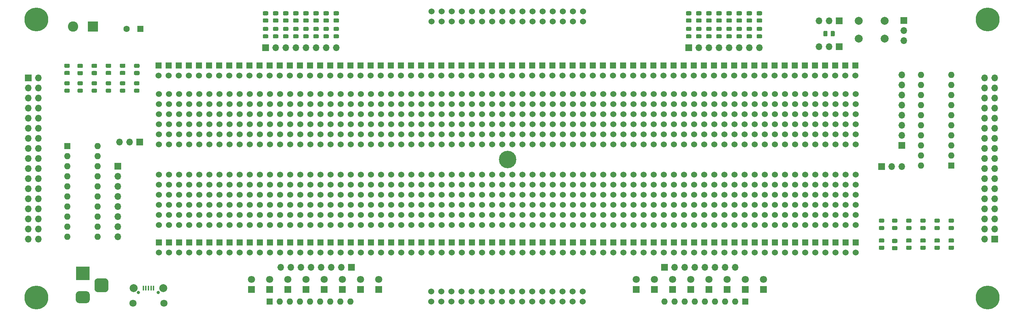
<source format=gbr>
%TF.GenerationSoftware,KiCad,Pcbnew,(5.1.10-1-10_14)*%
%TF.CreationDate,2021-08-21T14:50:14-04:00*%
%TF.ProjectId,breadboard-prototype,62726561-6462-46f6-9172-642d70726f74,rev?*%
%TF.SameCoordinates,Original*%
%TF.FileFunction,Soldermask,Top*%
%TF.FilePolarity,Negative*%
%FSLAX46Y46*%
G04 Gerber Fmt 4.6, Leading zero omitted, Abs format (unit mm)*
G04 Created by KiCad (PCBNEW (5.1.10-1-10_14)) date 2021-08-21 14:50:14*
%MOMM*%
%LPD*%
G01*
G04 APERTURE LIST*
%ADD10O,1.600000X1.600000*%
%ADD11R,1.600000X1.600000*%
%ADD12O,1.700000X1.700000*%
%ADD13R,1.700000X1.700000*%
%ADD14C,2.000000*%
%ADD15C,0.800000*%
%ADD16C,1.800000*%
%ADD17R,0.450000X1.300000*%
%ADD18R,3.500000X3.500000*%
%ADD19R,1.800000X1.800000*%
%ADD20C,1.524000*%
%ADD21C,1.600000*%
%ADD22C,0.700000*%
%ADD23C,4.400000*%
%ADD24R,1.524000X1.524000*%
%ADD25C,6.000000*%
%ADD26C,2.600000*%
%ADD27R,2.600000X2.600000*%
G04 APERTURE END LIST*
D10*
%TO.C,U2*%
X354584000Y-73660000D03*
X362204000Y-50800000D03*
X354584000Y-71120000D03*
X362204000Y-53340000D03*
X354584000Y-68580000D03*
X362204000Y-55880000D03*
X354584000Y-66040000D03*
X362204000Y-58420000D03*
X354584000Y-63500000D03*
X362204000Y-60960000D03*
X354584000Y-60960000D03*
X362204000Y-63500000D03*
X354584000Y-58420000D03*
X362204000Y-66040000D03*
X354584000Y-55880000D03*
X362204000Y-68580000D03*
X354584000Y-53340000D03*
X362204000Y-71120000D03*
X354584000Y-50800000D03*
D11*
X362204000Y-73660000D03*
%TD*%
D10*
%TO.C,U1*%
X147530000Y-68784000D03*
X139910000Y-91644000D03*
X147530000Y-71324000D03*
X139910000Y-89104000D03*
X147530000Y-73864000D03*
X139910000Y-86564000D03*
X147530000Y-76404000D03*
X139910000Y-84024000D03*
X147530000Y-78944000D03*
X139910000Y-81484000D03*
X147530000Y-81484000D03*
X139910000Y-78944000D03*
X147530000Y-84024000D03*
X139910000Y-76404000D03*
X147530000Y-86564000D03*
X139910000Y-73864000D03*
X147530000Y-89104000D03*
X139910000Y-71324000D03*
X147530000Y-91644000D03*
D11*
X139910000Y-68784000D03*
%TD*%
D12*
%TO.C,J20*%
X350266000Y-42164000D03*
X350266000Y-39624000D03*
D13*
X350266000Y-37084000D03*
%TD*%
%TO.C,R29*%
G36*
G01*
X331070000Y-39935999D02*
X331070000Y-40836001D01*
G75*
G02*
X330820001Y-41086000I-249999J0D01*
G01*
X330294999Y-41086000D01*
G75*
G02*
X330045000Y-40836001I0J249999D01*
G01*
X330045000Y-39935999D01*
G75*
G02*
X330294999Y-39686000I249999J0D01*
G01*
X330820001Y-39686000D01*
G75*
G02*
X331070000Y-39935999I0J-249999D01*
G01*
G37*
G36*
G01*
X332895000Y-39935999D02*
X332895000Y-40836001D01*
G75*
G02*
X332645001Y-41086000I-249999J0D01*
G01*
X332119999Y-41086000D01*
G75*
G02*
X331870000Y-40836001I0J249999D01*
G01*
X331870000Y-39935999D01*
G75*
G02*
X332119999Y-39686000I249999J0D01*
G01*
X332645001Y-39686000D01*
G75*
G02*
X332895000Y-39935999I0J-249999D01*
G01*
G37*
%TD*%
D12*
%TO.C,J18*%
X328930000Y-43688000D03*
X331470000Y-43688000D03*
D13*
X334010000Y-43688000D03*
%TD*%
D12*
%TO.C,J19*%
X328930000Y-37142000D03*
X331470000Y-37142000D03*
D13*
X334010000Y-37142000D03*
%TD*%
D14*
%TO.C,SW1*%
X338940000Y-41656000D03*
X338940000Y-37156000D03*
X345440000Y-41656000D03*
X345440000Y-37156000D03*
%TD*%
D15*
%TO.C,J4*%
X162774000Y-105626000D03*
X157774000Y-105626000D03*
D16*
X164149000Y-108376000D03*
X156399000Y-108376000D03*
D14*
X163999000Y-104576000D03*
X156549000Y-104576000D03*
D17*
X161574000Y-104526000D03*
X160924000Y-104526000D03*
X160274000Y-104526000D03*
X159624000Y-104526000D03*
X158974000Y-104526000D03*
%TD*%
%TO.C,J17*%
G36*
G01*
X149339000Y-105588000D02*
X147589000Y-105588000D01*
G75*
G02*
X146714000Y-104713000I0J875000D01*
G01*
X146714000Y-102963000D01*
G75*
G02*
X147589000Y-102088000I875000J0D01*
G01*
X149339000Y-102088000D01*
G75*
G02*
X150214000Y-102963000I0J-875000D01*
G01*
X150214000Y-104713000D01*
G75*
G02*
X149339000Y-105588000I-875000J0D01*
G01*
G37*
G36*
G01*
X144764000Y-108338000D02*
X142764000Y-108338000D01*
G75*
G02*
X142014000Y-107588000I0J750000D01*
G01*
X142014000Y-106088000D01*
G75*
G02*
X142764000Y-105338000I750000J0D01*
G01*
X144764000Y-105338000D01*
G75*
G02*
X145514000Y-106088000I0J-750000D01*
G01*
X145514000Y-107588000D01*
G75*
G02*
X144764000Y-108338000I-750000J0D01*
G01*
G37*
D18*
X143764000Y-100838000D03*
%TD*%
D10*
%TO.C,RN2*%
X290068000Y-107950000D03*
X292608000Y-107950000D03*
X295148000Y-107950000D03*
X297688000Y-107950000D03*
X300228000Y-107950000D03*
X302768000Y-107950000D03*
X305308000Y-107950000D03*
X307848000Y-107950000D03*
D11*
X310388000Y-107950000D03*
%TD*%
D12*
%TO.C,J16*%
X307848000Y-99314000D03*
X305308000Y-99314000D03*
X302768000Y-99314000D03*
X300228000Y-99314000D03*
X297688000Y-99314000D03*
X295148000Y-99314000D03*
X292608000Y-99314000D03*
D13*
X290068000Y-99314000D03*
%TD*%
D16*
%TO.C,D44*%
X314960000Y-102362000D03*
D19*
X314960000Y-104902000D03*
%TD*%
D16*
%TO.C,D43*%
X310388000Y-102362000D03*
D19*
X310388000Y-104902000D03*
%TD*%
D16*
%TO.C,D42*%
X305816000Y-102362000D03*
D19*
X305816000Y-104902000D03*
%TD*%
D16*
%TO.C,D41*%
X301244000Y-102362000D03*
D19*
X301244000Y-104902000D03*
%TD*%
D16*
%TO.C,D40*%
X296672000Y-102362000D03*
D19*
X296672000Y-104902000D03*
%TD*%
D16*
%TO.C,D39*%
X292100000Y-102362000D03*
D19*
X292100000Y-104902000D03*
%TD*%
D16*
%TO.C,D38*%
X287528000Y-102362000D03*
D19*
X287528000Y-104902000D03*
%TD*%
D16*
%TO.C,D37*%
X282956000Y-102362000D03*
D19*
X282956000Y-104902000D03*
%TD*%
D10*
%TO.C,RN1*%
X211074000Y-107950000D03*
X208534000Y-107950000D03*
X205994000Y-107950000D03*
X203454000Y-107950000D03*
X200914000Y-107950000D03*
X198374000Y-107950000D03*
X195834000Y-107950000D03*
X193294000Y-107950000D03*
D11*
X190754000Y-107950000D03*
%TD*%
D12*
%TO.C,J15*%
X193548000Y-99314000D03*
X196088000Y-99314000D03*
X198628000Y-99314000D03*
X201168000Y-99314000D03*
X203708000Y-99314000D03*
X206248000Y-99314000D03*
X208788000Y-99314000D03*
D13*
X211328000Y-99314000D03*
%TD*%
D16*
%TO.C,D36*%
X186182000Y-102362000D03*
D19*
X186182000Y-104902000D03*
%TD*%
D16*
%TO.C,D35*%
X190754000Y-102362000D03*
D19*
X190754000Y-104902000D03*
%TD*%
D16*
%TO.C,D34*%
X195326000Y-102362000D03*
D19*
X195326000Y-104902000D03*
%TD*%
D16*
%TO.C,D33*%
X199898000Y-102362000D03*
D19*
X199898000Y-104902000D03*
%TD*%
D16*
%TO.C,D32*%
X204470000Y-102362000D03*
D19*
X204470000Y-104902000D03*
%TD*%
D16*
%TO.C,D31*%
X209042000Y-102362000D03*
D19*
X209042000Y-104902000D03*
%TD*%
D16*
%TO.C,D30*%
X213614000Y-102362000D03*
D19*
X213614000Y-104902000D03*
%TD*%
D16*
%TO.C,D29*%
X218186000Y-102362000D03*
D19*
X218186000Y-104902000D03*
%TD*%
%TO.C,R28*%
G36*
G01*
X314394002Y-35771500D02*
X313493998Y-35771500D01*
G75*
G02*
X313244000Y-35521502I0J249998D01*
G01*
X313244000Y-34996498D01*
G75*
G02*
X313493998Y-34746500I249998J0D01*
G01*
X314394002Y-34746500D01*
G75*
G02*
X314644000Y-34996498I0J-249998D01*
G01*
X314644000Y-35521502D01*
G75*
G02*
X314394002Y-35771500I-249998J0D01*
G01*
G37*
G36*
G01*
X314394002Y-37596500D02*
X313493998Y-37596500D01*
G75*
G02*
X313244000Y-37346502I0J249998D01*
G01*
X313244000Y-36821498D01*
G75*
G02*
X313493998Y-36571500I249998J0D01*
G01*
X314394002Y-36571500D01*
G75*
G02*
X314644000Y-36821498I0J-249998D01*
G01*
X314644000Y-37346502D01*
G75*
G02*
X314394002Y-37596500I-249998J0D01*
G01*
G37*
%TD*%
%TO.C,R27*%
G36*
G01*
X311854002Y-35771500D02*
X310953998Y-35771500D01*
G75*
G02*
X310704000Y-35521502I0J249998D01*
G01*
X310704000Y-34996498D01*
G75*
G02*
X310953998Y-34746500I249998J0D01*
G01*
X311854002Y-34746500D01*
G75*
G02*
X312104000Y-34996498I0J-249998D01*
G01*
X312104000Y-35521502D01*
G75*
G02*
X311854002Y-35771500I-249998J0D01*
G01*
G37*
G36*
G01*
X311854002Y-37596500D02*
X310953998Y-37596500D01*
G75*
G02*
X310704000Y-37346502I0J249998D01*
G01*
X310704000Y-36821498D01*
G75*
G02*
X310953998Y-36571500I249998J0D01*
G01*
X311854002Y-36571500D01*
G75*
G02*
X312104000Y-36821498I0J-249998D01*
G01*
X312104000Y-37346502D01*
G75*
G02*
X311854002Y-37596500I-249998J0D01*
G01*
G37*
%TD*%
%TO.C,R26*%
G36*
G01*
X309314002Y-35771500D02*
X308413998Y-35771500D01*
G75*
G02*
X308164000Y-35521502I0J249998D01*
G01*
X308164000Y-34996498D01*
G75*
G02*
X308413998Y-34746500I249998J0D01*
G01*
X309314002Y-34746500D01*
G75*
G02*
X309564000Y-34996498I0J-249998D01*
G01*
X309564000Y-35521502D01*
G75*
G02*
X309314002Y-35771500I-249998J0D01*
G01*
G37*
G36*
G01*
X309314002Y-37596500D02*
X308413998Y-37596500D01*
G75*
G02*
X308164000Y-37346502I0J249998D01*
G01*
X308164000Y-36821498D01*
G75*
G02*
X308413998Y-36571500I249998J0D01*
G01*
X309314002Y-36571500D01*
G75*
G02*
X309564000Y-36821498I0J-249998D01*
G01*
X309564000Y-37346502D01*
G75*
G02*
X309314002Y-37596500I-249998J0D01*
G01*
G37*
%TD*%
%TO.C,R25*%
G36*
G01*
X306774002Y-35771500D02*
X305873998Y-35771500D01*
G75*
G02*
X305624000Y-35521502I0J249998D01*
G01*
X305624000Y-34996498D01*
G75*
G02*
X305873998Y-34746500I249998J0D01*
G01*
X306774002Y-34746500D01*
G75*
G02*
X307024000Y-34996498I0J-249998D01*
G01*
X307024000Y-35521502D01*
G75*
G02*
X306774002Y-35771500I-249998J0D01*
G01*
G37*
G36*
G01*
X306774002Y-37596500D02*
X305873998Y-37596500D01*
G75*
G02*
X305624000Y-37346502I0J249998D01*
G01*
X305624000Y-36821498D01*
G75*
G02*
X305873998Y-36571500I249998J0D01*
G01*
X306774002Y-36571500D01*
G75*
G02*
X307024000Y-36821498I0J-249998D01*
G01*
X307024000Y-37346502D01*
G75*
G02*
X306774002Y-37596500I-249998J0D01*
G01*
G37*
%TD*%
%TO.C,R24*%
G36*
G01*
X304234002Y-35771500D02*
X303333998Y-35771500D01*
G75*
G02*
X303084000Y-35521502I0J249998D01*
G01*
X303084000Y-34996498D01*
G75*
G02*
X303333998Y-34746500I249998J0D01*
G01*
X304234002Y-34746500D01*
G75*
G02*
X304484000Y-34996498I0J-249998D01*
G01*
X304484000Y-35521502D01*
G75*
G02*
X304234002Y-35771500I-249998J0D01*
G01*
G37*
G36*
G01*
X304234002Y-37596500D02*
X303333998Y-37596500D01*
G75*
G02*
X303084000Y-37346502I0J249998D01*
G01*
X303084000Y-36821498D01*
G75*
G02*
X303333998Y-36571500I249998J0D01*
G01*
X304234002Y-36571500D01*
G75*
G02*
X304484000Y-36821498I0J-249998D01*
G01*
X304484000Y-37346502D01*
G75*
G02*
X304234002Y-37596500I-249998J0D01*
G01*
G37*
%TD*%
%TO.C,R23*%
G36*
G01*
X301694002Y-35771500D02*
X300793998Y-35771500D01*
G75*
G02*
X300544000Y-35521502I0J249998D01*
G01*
X300544000Y-34996498D01*
G75*
G02*
X300793998Y-34746500I249998J0D01*
G01*
X301694002Y-34746500D01*
G75*
G02*
X301944000Y-34996498I0J-249998D01*
G01*
X301944000Y-35521502D01*
G75*
G02*
X301694002Y-35771500I-249998J0D01*
G01*
G37*
G36*
G01*
X301694002Y-37596500D02*
X300793998Y-37596500D01*
G75*
G02*
X300544000Y-37346502I0J249998D01*
G01*
X300544000Y-36821498D01*
G75*
G02*
X300793998Y-36571500I249998J0D01*
G01*
X301694002Y-36571500D01*
G75*
G02*
X301944000Y-36821498I0J-249998D01*
G01*
X301944000Y-37346502D01*
G75*
G02*
X301694002Y-37596500I-249998J0D01*
G01*
G37*
%TD*%
%TO.C,R22*%
G36*
G01*
X299154002Y-35771500D02*
X298253998Y-35771500D01*
G75*
G02*
X298004000Y-35521502I0J249998D01*
G01*
X298004000Y-34996498D01*
G75*
G02*
X298253998Y-34746500I249998J0D01*
G01*
X299154002Y-34746500D01*
G75*
G02*
X299404000Y-34996498I0J-249998D01*
G01*
X299404000Y-35521502D01*
G75*
G02*
X299154002Y-35771500I-249998J0D01*
G01*
G37*
G36*
G01*
X299154002Y-37596500D02*
X298253998Y-37596500D01*
G75*
G02*
X298004000Y-37346502I0J249998D01*
G01*
X298004000Y-36821498D01*
G75*
G02*
X298253998Y-36571500I249998J0D01*
G01*
X299154002Y-36571500D01*
G75*
G02*
X299404000Y-36821498I0J-249998D01*
G01*
X299404000Y-37346502D01*
G75*
G02*
X299154002Y-37596500I-249998J0D01*
G01*
G37*
%TD*%
%TO.C,R21*%
G36*
G01*
X296614002Y-35771500D02*
X295713998Y-35771500D01*
G75*
G02*
X295464000Y-35521502I0J249998D01*
G01*
X295464000Y-34996498D01*
G75*
G02*
X295713998Y-34746500I249998J0D01*
G01*
X296614002Y-34746500D01*
G75*
G02*
X296864000Y-34996498I0J-249998D01*
G01*
X296864000Y-35521502D01*
G75*
G02*
X296614002Y-35771500I-249998J0D01*
G01*
G37*
G36*
G01*
X296614002Y-37596500D02*
X295713998Y-37596500D01*
G75*
G02*
X295464000Y-37346502I0J249998D01*
G01*
X295464000Y-36821498D01*
G75*
G02*
X295713998Y-36571500I249998J0D01*
G01*
X296614002Y-36571500D01*
G75*
G02*
X296864000Y-36821498I0J-249998D01*
G01*
X296864000Y-37346502D01*
G75*
G02*
X296614002Y-37596500I-249998J0D01*
G01*
G37*
%TD*%
D12*
%TO.C,J13*%
X313944000Y-43942000D03*
X311404000Y-43942000D03*
X308864000Y-43942000D03*
X306324000Y-43942000D03*
X303784000Y-43942000D03*
X301244000Y-43942000D03*
X298704000Y-43942000D03*
D13*
X296164000Y-43942000D03*
%TD*%
%TO.C,D28*%
G36*
G01*
X313487750Y-40582000D02*
X314400250Y-40582000D01*
G75*
G02*
X314644000Y-40825750I0J-243750D01*
G01*
X314644000Y-41313250D01*
G75*
G02*
X314400250Y-41557000I-243750J0D01*
G01*
X313487750Y-41557000D01*
G75*
G02*
X313244000Y-41313250I0J243750D01*
G01*
X313244000Y-40825750D01*
G75*
G02*
X313487750Y-40582000I243750J0D01*
G01*
G37*
G36*
G01*
X313487750Y-38707000D02*
X314400250Y-38707000D01*
G75*
G02*
X314644000Y-38950750I0J-243750D01*
G01*
X314644000Y-39438250D01*
G75*
G02*
X314400250Y-39682000I-243750J0D01*
G01*
X313487750Y-39682000D01*
G75*
G02*
X313244000Y-39438250I0J243750D01*
G01*
X313244000Y-38950750D01*
G75*
G02*
X313487750Y-38707000I243750J0D01*
G01*
G37*
%TD*%
%TO.C,D27*%
G36*
G01*
X310947750Y-40582000D02*
X311860250Y-40582000D01*
G75*
G02*
X312104000Y-40825750I0J-243750D01*
G01*
X312104000Y-41313250D01*
G75*
G02*
X311860250Y-41557000I-243750J0D01*
G01*
X310947750Y-41557000D01*
G75*
G02*
X310704000Y-41313250I0J243750D01*
G01*
X310704000Y-40825750D01*
G75*
G02*
X310947750Y-40582000I243750J0D01*
G01*
G37*
G36*
G01*
X310947750Y-38707000D02*
X311860250Y-38707000D01*
G75*
G02*
X312104000Y-38950750I0J-243750D01*
G01*
X312104000Y-39438250D01*
G75*
G02*
X311860250Y-39682000I-243750J0D01*
G01*
X310947750Y-39682000D01*
G75*
G02*
X310704000Y-39438250I0J243750D01*
G01*
X310704000Y-38950750D01*
G75*
G02*
X310947750Y-38707000I243750J0D01*
G01*
G37*
%TD*%
%TO.C,D26*%
G36*
G01*
X308407750Y-40582000D02*
X309320250Y-40582000D01*
G75*
G02*
X309564000Y-40825750I0J-243750D01*
G01*
X309564000Y-41313250D01*
G75*
G02*
X309320250Y-41557000I-243750J0D01*
G01*
X308407750Y-41557000D01*
G75*
G02*
X308164000Y-41313250I0J243750D01*
G01*
X308164000Y-40825750D01*
G75*
G02*
X308407750Y-40582000I243750J0D01*
G01*
G37*
G36*
G01*
X308407750Y-38707000D02*
X309320250Y-38707000D01*
G75*
G02*
X309564000Y-38950750I0J-243750D01*
G01*
X309564000Y-39438250D01*
G75*
G02*
X309320250Y-39682000I-243750J0D01*
G01*
X308407750Y-39682000D01*
G75*
G02*
X308164000Y-39438250I0J243750D01*
G01*
X308164000Y-38950750D01*
G75*
G02*
X308407750Y-38707000I243750J0D01*
G01*
G37*
%TD*%
%TO.C,D25*%
G36*
G01*
X305867750Y-40582000D02*
X306780250Y-40582000D01*
G75*
G02*
X307024000Y-40825750I0J-243750D01*
G01*
X307024000Y-41313250D01*
G75*
G02*
X306780250Y-41557000I-243750J0D01*
G01*
X305867750Y-41557000D01*
G75*
G02*
X305624000Y-41313250I0J243750D01*
G01*
X305624000Y-40825750D01*
G75*
G02*
X305867750Y-40582000I243750J0D01*
G01*
G37*
G36*
G01*
X305867750Y-38707000D02*
X306780250Y-38707000D01*
G75*
G02*
X307024000Y-38950750I0J-243750D01*
G01*
X307024000Y-39438250D01*
G75*
G02*
X306780250Y-39682000I-243750J0D01*
G01*
X305867750Y-39682000D01*
G75*
G02*
X305624000Y-39438250I0J243750D01*
G01*
X305624000Y-38950750D01*
G75*
G02*
X305867750Y-38707000I243750J0D01*
G01*
G37*
%TD*%
%TO.C,D24*%
G36*
G01*
X303327750Y-40582000D02*
X304240250Y-40582000D01*
G75*
G02*
X304484000Y-40825750I0J-243750D01*
G01*
X304484000Y-41313250D01*
G75*
G02*
X304240250Y-41557000I-243750J0D01*
G01*
X303327750Y-41557000D01*
G75*
G02*
X303084000Y-41313250I0J243750D01*
G01*
X303084000Y-40825750D01*
G75*
G02*
X303327750Y-40582000I243750J0D01*
G01*
G37*
G36*
G01*
X303327750Y-38707000D02*
X304240250Y-38707000D01*
G75*
G02*
X304484000Y-38950750I0J-243750D01*
G01*
X304484000Y-39438250D01*
G75*
G02*
X304240250Y-39682000I-243750J0D01*
G01*
X303327750Y-39682000D01*
G75*
G02*
X303084000Y-39438250I0J243750D01*
G01*
X303084000Y-38950750D01*
G75*
G02*
X303327750Y-38707000I243750J0D01*
G01*
G37*
%TD*%
%TO.C,D23*%
G36*
G01*
X300787750Y-40582000D02*
X301700250Y-40582000D01*
G75*
G02*
X301944000Y-40825750I0J-243750D01*
G01*
X301944000Y-41313250D01*
G75*
G02*
X301700250Y-41557000I-243750J0D01*
G01*
X300787750Y-41557000D01*
G75*
G02*
X300544000Y-41313250I0J243750D01*
G01*
X300544000Y-40825750D01*
G75*
G02*
X300787750Y-40582000I243750J0D01*
G01*
G37*
G36*
G01*
X300787750Y-38707000D02*
X301700250Y-38707000D01*
G75*
G02*
X301944000Y-38950750I0J-243750D01*
G01*
X301944000Y-39438250D01*
G75*
G02*
X301700250Y-39682000I-243750J0D01*
G01*
X300787750Y-39682000D01*
G75*
G02*
X300544000Y-39438250I0J243750D01*
G01*
X300544000Y-38950750D01*
G75*
G02*
X300787750Y-38707000I243750J0D01*
G01*
G37*
%TD*%
%TO.C,D22*%
G36*
G01*
X298247750Y-40582000D02*
X299160250Y-40582000D01*
G75*
G02*
X299404000Y-40825750I0J-243750D01*
G01*
X299404000Y-41313250D01*
G75*
G02*
X299160250Y-41557000I-243750J0D01*
G01*
X298247750Y-41557000D01*
G75*
G02*
X298004000Y-41313250I0J243750D01*
G01*
X298004000Y-40825750D01*
G75*
G02*
X298247750Y-40582000I243750J0D01*
G01*
G37*
G36*
G01*
X298247750Y-38707000D02*
X299160250Y-38707000D01*
G75*
G02*
X299404000Y-38950750I0J-243750D01*
G01*
X299404000Y-39438250D01*
G75*
G02*
X299160250Y-39682000I-243750J0D01*
G01*
X298247750Y-39682000D01*
G75*
G02*
X298004000Y-39438250I0J243750D01*
G01*
X298004000Y-38950750D01*
G75*
G02*
X298247750Y-38707000I243750J0D01*
G01*
G37*
%TD*%
%TO.C,D21*%
G36*
G01*
X295707750Y-40582000D02*
X296620250Y-40582000D01*
G75*
G02*
X296864000Y-40825750I0J-243750D01*
G01*
X296864000Y-41313250D01*
G75*
G02*
X296620250Y-41557000I-243750J0D01*
G01*
X295707750Y-41557000D01*
G75*
G02*
X295464000Y-41313250I0J243750D01*
G01*
X295464000Y-40825750D01*
G75*
G02*
X295707750Y-40582000I243750J0D01*
G01*
G37*
G36*
G01*
X295707750Y-38707000D02*
X296620250Y-38707000D01*
G75*
G02*
X296864000Y-38950750I0J-243750D01*
G01*
X296864000Y-39438250D01*
G75*
G02*
X296620250Y-39682000I-243750J0D01*
G01*
X295707750Y-39682000D01*
G75*
G02*
X295464000Y-39438250I0J243750D01*
G01*
X295464000Y-38950750D01*
G75*
G02*
X295707750Y-38707000I243750J0D01*
G01*
G37*
%TD*%
%TO.C,R20*%
G36*
G01*
X207968002Y-35771500D02*
X207067998Y-35771500D01*
G75*
G02*
X206818000Y-35521502I0J249998D01*
G01*
X206818000Y-34996498D01*
G75*
G02*
X207067998Y-34746500I249998J0D01*
G01*
X207968002Y-34746500D01*
G75*
G02*
X208218000Y-34996498I0J-249998D01*
G01*
X208218000Y-35521502D01*
G75*
G02*
X207968002Y-35771500I-249998J0D01*
G01*
G37*
G36*
G01*
X207968002Y-37596500D02*
X207067998Y-37596500D01*
G75*
G02*
X206818000Y-37346502I0J249998D01*
G01*
X206818000Y-36821498D01*
G75*
G02*
X207067998Y-36571500I249998J0D01*
G01*
X207968002Y-36571500D01*
G75*
G02*
X208218000Y-36821498I0J-249998D01*
G01*
X208218000Y-37346502D01*
G75*
G02*
X207968002Y-37596500I-249998J0D01*
G01*
G37*
%TD*%
%TO.C,R19*%
G36*
G01*
X205428002Y-35771500D02*
X204527998Y-35771500D01*
G75*
G02*
X204278000Y-35521502I0J249998D01*
G01*
X204278000Y-34996498D01*
G75*
G02*
X204527998Y-34746500I249998J0D01*
G01*
X205428002Y-34746500D01*
G75*
G02*
X205678000Y-34996498I0J-249998D01*
G01*
X205678000Y-35521502D01*
G75*
G02*
X205428002Y-35771500I-249998J0D01*
G01*
G37*
G36*
G01*
X205428002Y-37596500D02*
X204527998Y-37596500D01*
G75*
G02*
X204278000Y-37346502I0J249998D01*
G01*
X204278000Y-36821498D01*
G75*
G02*
X204527998Y-36571500I249998J0D01*
G01*
X205428002Y-36571500D01*
G75*
G02*
X205678000Y-36821498I0J-249998D01*
G01*
X205678000Y-37346502D01*
G75*
G02*
X205428002Y-37596500I-249998J0D01*
G01*
G37*
%TD*%
%TO.C,R18*%
G36*
G01*
X202888002Y-35771500D02*
X201987998Y-35771500D01*
G75*
G02*
X201738000Y-35521502I0J249998D01*
G01*
X201738000Y-34996498D01*
G75*
G02*
X201987998Y-34746500I249998J0D01*
G01*
X202888002Y-34746500D01*
G75*
G02*
X203138000Y-34996498I0J-249998D01*
G01*
X203138000Y-35521502D01*
G75*
G02*
X202888002Y-35771500I-249998J0D01*
G01*
G37*
G36*
G01*
X202888002Y-37596500D02*
X201987998Y-37596500D01*
G75*
G02*
X201738000Y-37346502I0J249998D01*
G01*
X201738000Y-36821498D01*
G75*
G02*
X201987998Y-36571500I249998J0D01*
G01*
X202888002Y-36571500D01*
G75*
G02*
X203138000Y-36821498I0J-249998D01*
G01*
X203138000Y-37346502D01*
G75*
G02*
X202888002Y-37596500I-249998J0D01*
G01*
G37*
%TD*%
%TO.C,R17*%
G36*
G01*
X200348002Y-35771500D02*
X199447998Y-35771500D01*
G75*
G02*
X199198000Y-35521502I0J249998D01*
G01*
X199198000Y-34996498D01*
G75*
G02*
X199447998Y-34746500I249998J0D01*
G01*
X200348002Y-34746500D01*
G75*
G02*
X200598000Y-34996498I0J-249998D01*
G01*
X200598000Y-35521502D01*
G75*
G02*
X200348002Y-35771500I-249998J0D01*
G01*
G37*
G36*
G01*
X200348002Y-37596500D02*
X199447998Y-37596500D01*
G75*
G02*
X199198000Y-37346502I0J249998D01*
G01*
X199198000Y-36821498D01*
G75*
G02*
X199447998Y-36571500I249998J0D01*
G01*
X200348002Y-36571500D01*
G75*
G02*
X200598000Y-36821498I0J-249998D01*
G01*
X200598000Y-37346502D01*
G75*
G02*
X200348002Y-37596500I-249998J0D01*
G01*
G37*
%TD*%
%TO.C,R16*%
G36*
G01*
X197808002Y-35771500D02*
X196907998Y-35771500D01*
G75*
G02*
X196658000Y-35521502I0J249998D01*
G01*
X196658000Y-34996498D01*
G75*
G02*
X196907998Y-34746500I249998J0D01*
G01*
X197808002Y-34746500D01*
G75*
G02*
X198058000Y-34996498I0J-249998D01*
G01*
X198058000Y-35521502D01*
G75*
G02*
X197808002Y-35771500I-249998J0D01*
G01*
G37*
G36*
G01*
X197808002Y-37596500D02*
X196907998Y-37596500D01*
G75*
G02*
X196658000Y-37346502I0J249998D01*
G01*
X196658000Y-36821498D01*
G75*
G02*
X196907998Y-36571500I249998J0D01*
G01*
X197808002Y-36571500D01*
G75*
G02*
X198058000Y-36821498I0J-249998D01*
G01*
X198058000Y-37346502D01*
G75*
G02*
X197808002Y-37596500I-249998J0D01*
G01*
G37*
%TD*%
%TO.C,R15*%
G36*
G01*
X195268002Y-35771500D02*
X194367998Y-35771500D01*
G75*
G02*
X194118000Y-35521502I0J249998D01*
G01*
X194118000Y-34996498D01*
G75*
G02*
X194367998Y-34746500I249998J0D01*
G01*
X195268002Y-34746500D01*
G75*
G02*
X195518000Y-34996498I0J-249998D01*
G01*
X195518000Y-35521502D01*
G75*
G02*
X195268002Y-35771500I-249998J0D01*
G01*
G37*
G36*
G01*
X195268002Y-37596500D02*
X194367998Y-37596500D01*
G75*
G02*
X194118000Y-37346502I0J249998D01*
G01*
X194118000Y-36821498D01*
G75*
G02*
X194367998Y-36571500I249998J0D01*
G01*
X195268002Y-36571500D01*
G75*
G02*
X195518000Y-36821498I0J-249998D01*
G01*
X195518000Y-37346502D01*
G75*
G02*
X195268002Y-37596500I-249998J0D01*
G01*
G37*
%TD*%
%TO.C,R8*%
G36*
G01*
X192728002Y-35771500D02*
X191827998Y-35771500D01*
G75*
G02*
X191578000Y-35521502I0J249998D01*
G01*
X191578000Y-34996498D01*
G75*
G02*
X191827998Y-34746500I249998J0D01*
G01*
X192728002Y-34746500D01*
G75*
G02*
X192978000Y-34996498I0J-249998D01*
G01*
X192978000Y-35521502D01*
G75*
G02*
X192728002Y-35771500I-249998J0D01*
G01*
G37*
G36*
G01*
X192728002Y-37596500D02*
X191827998Y-37596500D01*
G75*
G02*
X191578000Y-37346502I0J249998D01*
G01*
X191578000Y-36821498D01*
G75*
G02*
X191827998Y-36571500I249998J0D01*
G01*
X192728002Y-36571500D01*
G75*
G02*
X192978000Y-36821498I0J-249998D01*
G01*
X192978000Y-37346502D01*
G75*
G02*
X192728002Y-37596500I-249998J0D01*
G01*
G37*
%TD*%
%TO.C,R7*%
G36*
G01*
X190188002Y-35771500D02*
X189287998Y-35771500D01*
G75*
G02*
X189038000Y-35521502I0J249998D01*
G01*
X189038000Y-34996498D01*
G75*
G02*
X189287998Y-34746500I249998J0D01*
G01*
X190188002Y-34746500D01*
G75*
G02*
X190438000Y-34996498I0J-249998D01*
G01*
X190438000Y-35521502D01*
G75*
G02*
X190188002Y-35771500I-249998J0D01*
G01*
G37*
G36*
G01*
X190188002Y-37596500D02*
X189287998Y-37596500D01*
G75*
G02*
X189038000Y-37346502I0J249998D01*
G01*
X189038000Y-36821498D01*
G75*
G02*
X189287998Y-36571500I249998J0D01*
G01*
X190188002Y-36571500D01*
G75*
G02*
X190438000Y-36821498I0J-249998D01*
G01*
X190438000Y-37346502D01*
G75*
G02*
X190188002Y-37596500I-249998J0D01*
G01*
G37*
%TD*%
D12*
%TO.C,J12*%
X207518000Y-43942000D03*
X204978000Y-43942000D03*
X202438000Y-43942000D03*
X199898000Y-43942000D03*
X197358000Y-43942000D03*
X194818000Y-43942000D03*
X192278000Y-43942000D03*
D13*
X189738000Y-43942000D03*
%TD*%
%TO.C,D20*%
G36*
G01*
X207061750Y-40582000D02*
X207974250Y-40582000D01*
G75*
G02*
X208218000Y-40825750I0J-243750D01*
G01*
X208218000Y-41313250D01*
G75*
G02*
X207974250Y-41557000I-243750J0D01*
G01*
X207061750Y-41557000D01*
G75*
G02*
X206818000Y-41313250I0J243750D01*
G01*
X206818000Y-40825750D01*
G75*
G02*
X207061750Y-40582000I243750J0D01*
G01*
G37*
G36*
G01*
X207061750Y-38707000D02*
X207974250Y-38707000D01*
G75*
G02*
X208218000Y-38950750I0J-243750D01*
G01*
X208218000Y-39438250D01*
G75*
G02*
X207974250Y-39682000I-243750J0D01*
G01*
X207061750Y-39682000D01*
G75*
G02*
X206818000Y-39438250I0J243750D01*
G01*
X206818000Y-38950750D01*
G75*
G02*
X207061750Y-38707000I243750J0D01*
G01*
G37*
%TD*%
%TO.C,D19*%
G36*
G01*
X204521750Y-40582000D02*
X205434250Y-40582000D01*
G75*
G02*
X205678000Y-40825750I0J-243750D01*
G01*
X205678000Y-41313250D01*
G75*
G02*
X205434250Y-41557000I-243750J0D01*
G01*
X204521750Y-41557000D01*
G75*
G02*
X204278000Y-41313250I0J243750D01*
G01*
X204278000Y-40825750D01*
G75*
G02*
X204521750Y-40582000I243750J0D01*
G01*
G37*
G36*
G01*
X204521750Y-38707000D02*
X205434250Y-38707000D01*
G75*
G02*
X205678000Y-38950750I0J-243750D01*
G01*
X205678000Y-39438250D01*
G75*
G02*
X205434250Y-39682000I-243750J0D01*
G01*
X204521750Y-39682000D01*
G75*
G02*
X204278000Y-39438250I0J243750D01*
G01*
X204278000Y-38950750D01*
G75*
G02*
X204521750Y-38707000I243750J0D01*
G01*
G37*
%TD*%
%TO.C,D18*%
G36*
G01*
X201981750Y-40582000D02*
X202894250Y-40582000D01*
G75*
G02*
X203138000Y-40825750I0J-243750D01*
G01*
X203138000Y-41313250D01*
G75*
G02*
X202894250Y-41557000I-243750J0D01*
G01*
X201981750Y-41557000D01*
G75*
G02*
X201738000Y-41313250I0J243750D01*
G01*
X201738000Y-40825750D01*
G75*
G02*
X201981750Y-40582000I243750J0D01*
G01*
G37*
G36*
G01*
X201981750Y-38707000D02*
X202894250Y-38707000D01*
G75*
G02*
X203138000Y-38950750I0J-243750D01*
G01*
X203138000Y-39438250D01*
G75*
G02*
X202894250Y-39682000I-243750J0D01*
G01*
X201981750Y-39682000D01*
G75*
G02*
X201738000Y-39438250I0J243750D01*
G01*
X201738000Y-38950750D01*
G75*
G02*
X201981750Y-38707000I243750J0D01*
G01*
G37*
%TD*%
%TO.C,D17*%
G36*
G01*
X199441750Y-40582000D02*
X200354250Y-40582000D01*
G75*
G02*
X200598000Y-40825750I0J-243750D01*
G01*
X200598000Y-41313250D01*
G75*
G02*
X200354250Y-41557000I-243750J0D01*
G01*
X199441750Y-41557000D01*
G75*
G02*
X199198000Y-41313250I0J243750D01*
G01*
X199198000Y-40825750D01*
G75*
G02*
X199441750Y-40582000I243750J0D01*
G01*
G37*
G36*
G01*
X199441750Y-38707000D02*
X200354250Y-38707000D01*
G75*
G02*
X200598000Y-38950750I0J-243750D01*
G01*
X200598000Y-39438250D01*
G75*
G02*
X200354250Y-39682000I-243750J0D01*
G01*
X199441750Y-39682000D01*
G75*
G02*
X199198000Y-39438250I0J243750D01*
G01*
X199198000Y-38950750D01*
G75*
G02*
X199441750Y-38707000I243750J0D01*
G01*
G37*
%TD*%
%TO.C,D16*%
G36*
G01*
X196901750Y-40582000D02*
X197814250Y-40582000D01*
G75*
G02*
X198058000Y-40825750I0J-243750D01*
G01*
X198058000Y-41313250D01*
G75*
G02*
X197814250Y-41557000I-243750J0D01*
G01*
X196901750Y-41557000D01*
G75*
G02*
X196658000Y-41313250I0J243750D01*
G01*
X196658000Y-40825750D01*
G75*
G02*
X196901750Y-40582000I243750J0D01*
G01*
G37*
G36*
G01*
X196901750Y-38707000D02*
X197814250Y-38707000D01*
G75*
G02*
X198058000Y-38950750I0J-243750D01*
G01*
X198058000Y-39438250D01*
G75*
G02*
X197814250Y-39682000I-243750J0D01*
G01*
X196901750Y-39682000D01*
G75*
G02*
X196658000Y-39438250I0J243750D01*
G01*
X196658000Y-38950750D01*
G75*
G02*
X196901750Y-38707000I243750J0D01*
G01*
G37*
%TD*%
%TO.C,D15*%
G36*
G01*
X194361750Y-40582000D02*
X195274250Y-40582000D01*
G75*
G02*
X195518000Y-40825750I0J-243750D01*
G01*
X195518000Y-41313250D01*
G75*
G02*
X195274250Y-41557000I-243750J0D01*
G01*
X194361750Y-41557000D01*
G75*
G02*
X194118000Y-41313250I0J243750D01*
G01*
X194118000Y-40825750D01*
G75*
G02*
X194361750Y-40582000I243750J0D01*
G01*
G37*
G36*
G01*
X194361750Y-38707000D02*
X195274250Y-38707000D01*
G75*
G02*
X195518000Y-38950750I0J-243750D01*
G01*
X195518000Y-39438250D01*
G75*
G02*
X195274250Y-39682000I-243750J0D01*
G01*
X194361750Y-39682000D01*
G75*
G02*
X194118000Y-39438250I0J243750D01*
G01*
X194118000Y-38950750D01*
G75*
G02*
X194361750Y-38707000I243750J0D01*
G01*
G37*
%TD*%
%TO.C,D14*%
G36*
G01*
X191821750Y-40582000D02*
X192734250Y-40582000D01*
G75*
G02*
X192978000Y-40825750I0J-243750D01*
G01*
X192978000Y-41313250D01*
G75*
G02*
X192734250Y-41557000I-243750J0D01*
G01*
X191821750Y-41557000D01*
G75*
G02*
X191578000Y-41313250I0J243750D01*
G01*
X191578000Y-40825750D01*
G75*
G02*
X191821750Y-40582000I243750J0D01*
G01*
G37*
G36*
G01*
X191821750Y-38707000D02*
X192734250Y-38707000D01*
G75*
G02*
X192978000Y-38950750I0J-243750D01*
G01*
X192978000Y-39438250D01*
G75*
G02*
X192734250Y-39682000I-243750J0D01*
G01*
X191821750Y-39682000D01*
G75*
G02*
X191578000Y-39438250I0J243750D01*
G01*
X191578000Y-38950750D01*
G75*
G02*
X191821750Y-38707000I243750J0D01*
G01*
G37*
%TD*%
%TO.C,D13*%
G36*
G01*
X189281750Y-40582000D02*
X190194250Y-40582000D01*
G75*
G02*
X190438000Y-40825750I0J-243750D01*
G01*
X190438000Y-41313250D01*
G75*
G02*
X190194250Y-41557000I-243750J0D01*
G01*
X189281750Y-41557000D01*
G75*
G02*
X189038000Y-41313250I0J243750D01*
G01*
X189038000Y-40825750D01*
G75*
G02*
X189281750Y-40582000I243750J0D01*
G01*
G37*
G36*
G01*
X189281750Y-38707000D02*
X190194250Y-38707000D01*
G75*
G02*
X190438000Y-38950750I0J-243750D01*
G01*
X190438000Y-39438250D01*
G75*
G02*
X190194250Y-39682000I-243750J0D01*
G01*
X189281750Y-39682000D01*
G75*
G02*
X189038000Y-39438250I0J243750D01*
G01*
X189038000Y-38950750D01*
G75*
G02*
X189281750Y-38707000I243750J0D01*
G01*
G37*
%TD*%
D20*
%TO.C,J11*%
X254340000Y-65790000D03*
X226400000Y-65790000D03*
X261960000Y-65790000D03*
X269580000Y-65790000D03*
X267040000Y-65790000D03*
X244180000Y-68320000D03*
X241640000Y-68320000D03*
X322920000Y-65790000D03*
X320380000Y-65790000D03*
X317840000Y-65790000D03*
X183220000Y-65790000D03*
X180680000Y-65790000D03*
X231480000Y-65790000D03*
X223860000Y-65790000D03*
X221320000Y-65790000D03*
X218780000Y-65790000D03*
X216240000Y-65790000D03*
X213700000Y-65790000D03*
X211160000Y-65790000D03*
X208620000Y-65790000D03*
X287360000Y-65790000D03*
X284820000Y-65790000D03*
X282280000Y-65790000D03*
X279740000Y-65790000D03*
X162900000Y-65790000D03*
X203540000Y-65790000D03*
X201000000Y-65790000D03*
X198460000Y-65790000D03*
X170520000Y-65790000D03*
X167980000Y-65790000D03*
X165440000Y-65790000D03*
X249260000Y-65790000D03*
X246720000Y-65790000D03*
X239100000Y-65790000D03*
X236560000Y-65790000D03*
X234020000Y-65790000D03*
X178140000Y-65790000D03*
X175600000Y-65790000D03*
X173060000Y-65790000D03*
X195920000Y-65790000D03*
X193380000Y-65790000D03*
X190840000Y-65790000D03*
X188300000Y-65790000D03*
X185760000Y-65790000D03*
X277200000Y-65790000D03*
X274660000Y-65790000D03*
X272120000Y-65790000D03*
X206080000Y-65790000D03*
X315300000Y-65790000D03*
X312760000Y-65790000D03*
X310220000Y-65790000D03*
X307680000Y-65790000D03*
X305140000Y-65790000D03*
X302600000Y-65790000D03*
X244180000Y-65790000D03*
X241640000Y-65790000D03*
X300060000Y-65790000D03*
X297520000Y-65790000D03*
X294980000Y-65790000D03*
X292440000Y-65790000D03*
X289900000Y-65790000D03*
X185760000Y-68320000D03*
X183220000Y-68320000D03*
X165440000Y-68320000D03*
X338160000Y-65790000D03*
X335620000Y-65790000D03*
X333080000Y-65790000D03*
X315300000Y-68320000D03*
X312760000Y-68320000D03*
X310220000Y-68320000D03*
X307680000Y-68320000D03*
X305140000Y-68320000D03*
X302600000Y-68320000D03*
X188300000Y-68320000D03*
X330540000Y-65790000D03*
X328000000Y-65790000D03*
X325460000Y-65790000D03*
X251800000Y-65790000D03*
X256880000Y-65790000D03*
X328000000Y-68320000D03*
X325460000Y-68320000D03*
X294980000Y-68320000D03*
X292440000Y-68320000D03*
X289900000Y-68320000D03*
X287360000Y-68320000D03*
X236560000Y-68320000D03*
X234020000Y-68320000D03*
X231480000Y-68320000D03*
X228940000Y-68320000D03*
X226400000Y-68320000D03*
X223860000Y-68320000D03*
X221320000Y-68320000D03*
X218780000Y-68320000D03*
X216240000Y-68320000D03*
X213700000Y-68320000D03*
X211160000Y-68320000D03*
X208620000Y-68320000D03*
X206080000Y-68320000D03*
X203540000Y-68320000D03*
X201000000Y-68320000D03*
X251800000Y-68320000D03*
X249260000Y-68320000D03*
X178140000Y-68320000D03*
X180680000Y-68320000D03*
X173060000Y-68320000D03*
X175600000Y-68320000D03*
X338160000Y-68320000D03*
X300060000Y-68320000D03*
X297520000Y-68320000D03*
X322920000Y-68320000D03*
X320380000Y-68320000D03*
X317840000Y-68320000D03*
X239100000Y-68320000D03*
X284820000Y-68320000D03*
X282280000Y-68320000D03*
X279740000Y-68320000D03*
X277200000Y-68320000D03*
X274660000Y-68320000D03*
X272120000Y-68320000D03*
X269580000Y-68320000D03*
X267040000Y-68320000D03*
X264500000Y-68320000D03*
X261960000Y-68320000D03*
X259420000Y-68320000D03*
X256880000Y-68320000D03*
X254340000Y-68320000D03*
X167980000Y-68320000D03*
X162900000Y-68320000D03*
X198460000Y-68320000D03*
X195920000Y-68320000D03*
X193380000Y-68320000D03*
X190840000Y-68320000D03*
X170520000Y-68320000D03*
X335620000Y-68320000D03*
X333080000Y-68320000D03*
X330540000Y-68320000D03*
X246720000Y-68320000D03*
X259420000Y-65790000D03*
X228940000Y-65790000D03*
X264500000Y-65790000D03*
X328000000Y-63250000D03*
X325460000Y-63250000D03*
X294980000Y-63250000D03*
X292440000Y-63250000D03*
X289900000Y-63250000D03*
X287360000Y-63250000D03*
X236560000Y-63250000D03*
X234020000Y-63250000D03*
X231480000Y-63250000D03*
X228940000Y-63250000D03*
X226400000Y-63250000D03*
X223860000Y-63250000D03*
X221320000Y-63250000D03*
X218780000Y-63250000D03*
X216240000Y-63250000D03*
X213700000Y-63250000D03*
X211160000Y-63250000D03*
X208620000Y-63250000D03*
X206080000Y-63250000D03*
X203540000Y-63250000D03*
X201000000Y-63250000D03*
X251800000Y-63250000D03*
X249260000Y-63250000D03*
X178140000Y-63250000D03*
X180680000Y-63250000D03*
X173060000Y-63250000D03*
X175600000Y-63250000D03*
X338160000Y-63250000D03*
X300060000Y-63250000D03*
X297520000Y-63250000D03*
X322920000Y-63250000D03*
X320380000Y-63250000D03*
X317840000Y-63250000D03*
X239100000Y-63250000D03*
X284820000Y-63250000D03*
X282280000Y-63250000D03*
X279740000Y-63250000D03*
X277200000Y-63250000D03*
X274660000Y-63250000D03*
X272120000Y-63250000D03*
X269580000Y-63250000D03*
X267040000Y-63250000D03*
X264500000Y-63250000D03*
X261960000Y-63250000D03*
X259420000Y-63250000D03*
X256880000Y-63250000D03*
X254340000Y-63250000D03*
X167980000Y-63250000D03*
X162900000Y-63250000D03*
X198460000Y-63250000D03*
X195920000Y-63250000D03*
X193380000Y-63250000D03*
X190840000Y-63250000D03*
X170520000Y-63250000D03*
X335620000Y-63250000D03*
X333080000Y-63250000D03*
X330540000Y-63250000D03*
X246720000Y-63250000D03*
X244180000Y-63250000D03*
X241640000Y-63250000D03*
X315300000Y-63250000D03*
X312760000Y-63250000D03*
X310220000Y-63250000D03*
X307680000Y-63250000D03*
X305140000Y-63250000D03*
X302600000Y-63250000D03*
X188300000Y-63250000D03*
X185760000Y-63250000D03*
X183220000Y-63250000D03*
X165440000Y-63250000D03*
X338160000Y-60720000D03*
X335620000Y-60720000D03*
X333080000Y-60720000D03*
X330540000Y-60720000D03*
X328000000Y-60720000D03*
X325460000Y-60720000D03*
X322920000Y-60720000D03*
X320380000Y-60720000D03*
X317840000Y-60720000D03*
X183220000Y-60720000D03*
X180680000Y-60720000D03*
X178140000Y-60720000D03*
X175600000Y-60720000D03*
X173060000Y-60720000D03*
X170520000Y-60720000D03*
X167980000Y-60720000D03*
X165440000Y-60720000D03*
X249260000Y-60720000D03*
X246720000Y-60720000D03*
X244180000Y-60720000D03*
X241640000Y-60720000D03*
X239100000Y-60720000D03*
X236560000Y-60720000D03*
X234020000Y-60720000D03*
X231480000Y-60720000D03*
X223860000Y-60720000D03*
X221320000Y-60720000D03*
X218780000Y-60720000D03*
X216240000Y-60720000D03*
X213700000Y-60720000D03*
X211160000Y-60720000D03*
X208620000Y-60720000D03*
X206080000Y-60720000D03*
X315300000Y-60720000D03*
X312760000Y-60720000D03*
X310220000Y-60720000D03*
X307680000Y-60720000D03*
X305140000Y-60720000D03*
X302600000Y-60720000D03*
X300060000Y-60720000D03*
X297520000Y-60720000D03*
X294980000Y-60720000D03*
X292440000Y-60720000D03*
X289900000Y-60720000D03*
X287360000Y-60720000D03*
X284820000Y-60720000D03*
X282280000Y-60720000D03*
X279740000Y-60720000D03*
X162900000Y-60720000D03*
X203540000Y-60720000D03*
X201000000Y-60720000D03*
X198460000Y-60720000D03*
X195920000Y-60720000D03*
X193380000Y-60720000D03*
X190840000Y-60720000D03*
X188300000Y-60720000D03*
X185760000Y-60720000D03*
X277200000Y-60720000D03*
X274660000Y-60720000D03*
X272120000Y-60720000D03*
X269580000Y-60720000D03*
X267040000Y-60720000D03*
X264500000Y-60720000D03*
X261960000Y-60720000D03*
X259420000Y-60720000D03*
X228940000Y-60720000D03*
X226400000Y-60720000D03*
X256880000Y-60720000D03*
X254340000Y-60720000D03*
X251800000Y-60720000D03*
X178140000Y-58180000D03*
X180680000Y-58180000D03*
X173060000Y-58180000D03*
X175600000Y-58180000D03*
X338160000Y-58180000D03*
X300060000Y-58180000D03*
X297520000Y-58180000D03*
X294980000Y-58180000D03*
X292440000Y-58180000D03*
X289900000Y-58180000D03*
X287360000Y-58180000D03*
X236560000Y-58180000D03*
X234020000Y-58180000D03*
X231480000Y-58180000D03*
X228940000Y-58180000D03*
X226400000Y-58180000D03*
X223860000Y-58180000D03*
X221320000Y-58180000D03*
X218780000Y-58180000D03*
X216240000Y-58180000D03*
X213700000Y-58180000D03*
X211160000Y-58180000D03*
X208620000Y-58180000D03*
X206080000Y-58180000D03*
X203540000Y-58180000D03*
X201000000Y-58180000D03*
X251800000Y-58180000D03*
X249260000Y-58180000D03*
X246720000Y-58180000D03*
X244180000Y-58180000D03*
X241640000Y-58180000D03*
X239100000Y-58180000D03*
X284820000Y-58180000D03*
X282280000Y-58180000D03*
X279740000Y-58180000D03*
X277200000Y-58180000D03*
X274660000Y-58180000D03*
X272120000Y-58180000D03*
X269580000Y-58180000D03*
X267040000Y-58180000D03*
X264500000Y-58180000D03*
X261960000Y-58180000D03*
X259420000Y-58180000D03*
X256880000Y-58180000D03*
X254340000Y-58180000D03*
X167980000Y-58180000D03*
X162900000Y-58180000D03*
X198460000Y-58180000D03*
X195920000Y-58180000D03*
X193380000Y-58180000D03*
X190840000Y-58180000D03*
X170520000Y-58180000D03*
X335620000Y-58180000D03*
X333080000Y-58180000D03*
X330540000Y-58180000D03*
X328000000Y-58180000D03*
X325460000Y-58180000D03*
X322920000Y-58180000D03*
X320380000Y-58180000D03*
X317840000Y-58180000D03*
X315300000Y-58180000D03*
X312760000Y-58180000D03*
X310220000Y-58180000D03*
X307680000Y-58180000D03*
X305140000Y-58180000D03*
X302600000Y-58180000D03*
X188300000Y-58180000D03*
X185760000Y-58180000D03*
X183220000Y-58180000D03*
X165440000Y-58180000D03*
X338160000Y-55650000D03*
X335620000Y-55650000D03*
X333080000Y-55650000D03*
X330540000Y-55650000D03*
X328000000Y-55650000D03*
X325460000Y-55650000D03*
X322920000Y-55650000D03*
X320380000Y-55650000D03*
X317840000Y-55650000D03*
X315300000Y-55650000D03*
X312760000Y-55650000D03*
X310220000Y-55650000D03*
X307680000Y-55650000D03*
X305140000Y-55650000D03*
X302600000Y-55650000D03*
X300060000Y-55650000D03*
X297520000Y-55650000D03*
X294980000Y-55650000D03*
X292440000Y-55650000D03*
X289900000Y-55650000D03*
X287360000Y-55650000D03*
X284820000Y-55650000D03*
X282280000Y-55650000D03*
X279740000Y-55650000D03*
X277200000Y-55650000D03*
X274660000Y-55650000D03*
X272120000Y-55650000D03*
X269580000Y-55650000D03*
X267040000Y-55650000D03*
X264500000Y-55650000D03*
X261960000Y-55650000D03*
X259420000Y-55650000D03*
X256880000Y-55650000D03*
X254340000Y-55650000D03*
X251800000Y-55650000D03*
X249260000Y-55650000D03*
X246720000Y-55650000D03*
X244180000Y-55650000D03*
X241640000Y-55650000D03*
X239100000Y-55650000D03*
X236560000Y-55650000D03*
X234020000Y-55650000D03*
X231480000Y-55650000D03*
X228940000Y-55650000D03*
X226400000Y-55650000D03*
X223860000Y-55650000D03*
X221320000Y-55650000D03*
X218780000Y-55650000D03*
X216240000Y-55650000D03*
X213700000Y-55650000D03*
X211160000Y-55650000D03*
X208620000Y-55650000D03*
X206080000Y-55650000D03*
X203540000Y-55650000D03*
X201000000Y-55650000D03*
X198460000Y-55650000D03*
X195920000Y-55650000D03*
X193380000Y-55650000D03*
X190840000Y-55650000D03*
X188300000Y-55650000D03*
X185760000Y-55650000D03*
X183220000Y-55650000D03*
X180680000Y-55650000D03*
X178140000Y-55650000D03*
X175600000Y-55650000D03*
X173060000Y-55650000D03*
X170520000Y-55650000D03*
X167980000Y-55650000D03*
X165440000Y-55650000D03*
X162900000Y-55650000D03*
%TD*%
%TO.C,J14*%
X246720000Y-78470000D03*
X274660000Y-78470000D03*
X239100000Y-78470000D03*
X231480000Y-78470000D03*
X234020000Y-78470000D03*
X256880000Y-75940000D03*
X259420000Y-75940000D03*
X178140000Y-78470000D03*
X180680000Y-78470000D03*
X183220000Y-78470000D03*
X317840000Y-78470000D03*
X320380000Y-78470000D03*
X269580000Y-78470000D03*
X277200000Y-78470000D03*
X279740000Y-78470000D03*
X282280000Y-78470000D03*
X284820000Y-78470000D03*
X287360000Y-78470000D03*
X289900000Y-78470000D03*
X292440000Y-78470000D03*
X213700000Y-78470000D03*
X216240000Y-78470000D03*
X218780000Y-78470000D03*
X221320000Y-78470000D03*
X338160000Y-78470000D03*
X297520000Y-78470000D03*
X300060000Y-78470000D03*
X302600000Y-78470000D03*
X330540000Y-78470000D03*
X333080000Y-78470000D03*
X335620000Y-78470000D03*
X251800000Y-78470000D03*
X254340000Y-78470000D03*
X261960000Y-78470000D03*
X264500000Y-78470000D03*
X267040000Y-78470000D03*
X322920000Y-78470000D03*
X325460000Y-78470000D03*
X328000000Y-78470000D03*
X305140000Y-78470000D03*
X307680000Y-78470000D03*
X310220000Y-78470000D03*
X312760000Y-78470000D03*
X315300000Y-78470000D03*
X223860000Y-78470000D03*
X226400000Y-78470000D03*
X228940000Y-78470000D03*
X294980000Y-78470000D03*
X185760000Y-78470000D03*
X188300000Y-78470000D03*
X190840000Y-78470000D03*
X193380000Y-78470000D03*
X195920000Y-78470000D03*
X198460000Y-78470000D03*
X256880000Y-78470000D03*
X259420000Y-78470000D03*
X201000000Y-78470000D03*
X203540000Y-78470000D03*
X206080000Y-78470000D03*
X208620000Y-78470000D03*
X211160000Y-78470000D03*
X315300000Y-75940000D03*
X317840000Y-75940000D03*
X335620000Y-75940000D03*
X162900000Y-78470000D03*
X165440000Y-78470000D03*
X167980000Y-78470000D03*
X185760000Y-75940000D03*
X188300000Y-75940000D03*
X190840000Y-75940000D03*
X193380000Y-75940000D03*
X195920000Y-75940000D03*
X198460000Y-75940000D03*
X312760000Y-75940000D03*
X170520000Y-78470000D03*
X173060000Y-78470000D03*
X175600000Y-78470000D03*
X249260000Y-78470000D03*
X244180000Y-78470000D03*
X173060000Y-75940000D03*
X175600000Y-75940000D03*
X206080000Y-75940000D03*
X208620000Y-75940000D03*
X211160000Y-75940000D03*
X213700000Y-75940000D03*
X264500000Y-75940000D03*
X267040000Y-75940000D03*
X269580000Y-75940000D03*
X272120000Y-75940000D03*
X274660000Y-75940000D03*
X277200000Y-75940000D03*
X279740000Y-75940000D03*
X282280000Y-75940000D03*
X284820000Y-75940000D03*
X287360000Y-75940000D03*
X289900000Y-75940000D03*
X292440000Y-75940000D03*
X294980000Y-75940000D03*
X297520000Y-75940000D03*
X300060000Y-75940000D03*
X249260000Y-75940000D03*
X251800000Y-75940000D03*
X322920000Y-75940000D03*
X320380000Y-75940000D03*
X328000000Y-75940000D03*
X325460000Y-75940000D03*
X162900000Y-75940000D03*
X201000000Y-75940000D03*
X203540000Y-75940000D03*
X178140000Y-75940000D03*
X180680000Y-75940000D03*
X183220000Y-75940000D03*
X261960000Y-75940000D03*
X216240000Y-75940000D03*
X218780000Y-75940000D03*
X221320000Y-75940000D03*
X223860000Y-75940000D03*
X226400000Y-75940000D03*
X228940000Y-75940000D03*
X231480000Y-75940000D03*
X234020000Y-75940000D03*
X236560000Y-75940000D03*
X239100000Y-75940000D03*
X241640000Y-75940000D03*
X244180000Y-75940000D03*
X246720000Y-75940000D03*
X333080000Y-75940000D03*
X338160000Y-75940000D03*
X302600000Y-75940000D03*
X305140000Y-75940000D03*
X307680000Y-75940000D03*
X310220000Y-75940000D03*
X330540000Y-75940000D03*
X165440000Y-75940000D03*
X167980000Y-75940000D03*
X170520000Y-75940000D03*
X254340000Y-75940000D03*
X241640000Y-78470000D03*
X272120000Y-78470000D03*
X236560000Y-78470000D03*
X173060000Y-81010000D03*
X175600000Y-81010000D03*
X206080000Y-81010000D03*
X208620000Y-81010000D03*
X211160000Y-81010000D03*
X213700000Y-81010000D03*
X264500000Y-81010000D03*
X267040000Y-81010000D03*
X269580000Y-81010000D03*
X272120000Y-81010000D03*
X274660000Y-81010000D03*
X277200000Y-81010000D03*
X279740000Y-81010000D03*
X282280000Y-81010000D03*
X284820000Y-81010000D03*
X287360000Y-81010000D03*
X289900000Y-81010000D03*
X292440000Y-81010000D03*
X294980000Y-81010000D03*
X297520000Y-81010000D03*
X300060000Y-81010000D03*
X249260000Y-81010000D03*
X251800000Y-81010000D03*
X322920000Y-81010000D03*
X320380000Y-81010000D03*
X328000000Y-81010000D03*
X325460000Y-81010000D03*
X162900000Y-81010000D03*
X201000000Y-81010000D03*
X203540000Y-81010000D03*
X178140000Y-81010000D03*
X180680000Y-81010000D03*
X183220000Y-81010000D03*
X261960000Y-81010000D03*
X216240000Y-81010000D03*
X218780000Y-81010000D03*
X221320000Y-81010000D03*
X223860000Y-81010000D03*
X226400000Y-81010000D03*
X228940000Y-81010000D03*
X231480000Y-81010000D03*
X234020000Y-81010000D03*
X236560000Y-81010000D03*
X239100000Y-81010000D03*
X241640000Y-81010000D03*
X244180000Y-81010000D03*
X246720000Y-81010000D03*
X333080000Y-81010000D03*
X338160000Y-81010000D03*
X302600000Y-81010000D03*
X305140000Y-81010000D03*
X307680000Y-81010000D03*
X310220000Y-81010000D03*
X330540000Y-81010000D03*
X165440000Y-81010000D03*
X167980000Y-81010000D03*
X170520000Y-81010000D03*
X254340000Y-81010000D03*
X256880000Y-81010000D03*
X259420000Y-81010000D03*
X185760000Y-81010000D03*
X188300000Y-81010000D03*
X190840000Y-81010000D03*
X193380000Y-81010000D03*
X195920000Y-81010000D03*
X198460000Y-81010000D03*
X312760000Y-81010000D03*
X315300000Y-81010000D03*
X317840000Y-81010000D03*
X335620000Y-81010000D03*
X162900000Y-83540000D03*
X165440000Y-83540000D03*
X167980000Y-83540000D03*
X170520000Y-83540000D03*
X173060000Y-83540000D03*
X175600000Y-83540000D03*
X178140000Y-83540000D03*
X180680000Y-83540000D03*
X183220000Y-83540000D03*
X317840000Y-83540000D03*
X320380000Y-83540000D03*
X322920000Y-83540000D03*
X325460000Y-83540000D03*
X328000000Y-83540000D03*
X330540000Y-83540000D03*
X333080000Y-83540000D03*
X335620000Y-83540000D03*
X251800000Y-83540000D03*
X254340000Y-83540000D03*
X256880000Y-83540000D03*
X259420000Y-83540000D03*
X261960000Y-83540000D03*
X264500000Y-83540000D03*
X267040000Y-83540000D03*
X269580000Y-83540000D03*
X277200000Y-83540000D03*
X279740000Y-83540000D03*
X282280000Y-83540000D03*
X284820000Y-83540000D03*
X287360000Y-83540000D03*
X289900000Y-83540000D03*
X292440000Y-83540000D03*
X294980000Y-83540000D03*
X185760000Y-83540000D03*
X188300000Y-83540000D03*
X190840000Y-83540000D03*
X193380000Y-83540000D03*
X195920000Y-83540000D03*
X198460000Y-83540000D03*
X201000000Y-83540000D03*
X203540000Y-83540000D03*
X206080000Y-83540000D03*
X208620000Y-83540000D03*
X211160000Y-83540000D03*
X213700000Y-83540000D03*
X216240000Y-83540000D03*
X218780000Y-83540000D03*
X221320000Y-83540000D03*
X338160000Y-83540000D03*
X297520000Y-83540000D03*
X300060000Y-83540000D03*
X302600000Y-83540000D03*
X305140000Y-83540000D03*
X307680000Y-83540000D03*
X310220000Y-83540000D03*
X312760000Y-83540000D03*
X315300000Y-83540000D03*
X223860000Y-83540000D03*
X226400000Y-83540000D03*
X228940000Y-83540000D03*
X231480000Y-83540000D03*
X234020000Y-83540000D03*
X236560000Y-83540000D03*
X239100000Y-83540000D03*
X241640000Y-83540000D03*
X272120000Y-83540000D03*
X274660000Y-83540000D03*
X244180000Y-83540000D03*
X246720000Y-83540000D03*
X249260000Y-83540000D03*
X322920000Y-86080000D03*
X320380000Y-86080000D03*
X328000000Y-86080000D03*
X325460000Y-86080000D03*
X162900000Y-86080000D03*
X201000000Y-86080000D03*
X203540000Y-86080000D03*
X206080000Y-86080000D03*
X208620000Y-86080000D03*
X211160000Y-86080000D03*
X213700000Y-86080000D03*
X264500000Y-86080000D03*
X267040000Y-86080000D03*
X269580000Y-86080000D03*
X272120000Y-86080000D03*
X274660000Y-86080000D03*
X277200000Y-86080000D03*
X279740000Y-86080000D03*
X282280000Y-86080000D03*
X284820000Y-86080000D03*
X287360000Y-86080000D03*
X289900000Y-86080000D03*
X292440000Y-86080000D03*
X294980000Y-86080000D03*
X297520000Y-86080000D03*
X300060000Y-86080000D03*
X249260000Y-86080000D03*
X251800000Y-86080000D03*
X254340000Y-86080000D03*
X256880000Y-86080000D03*
X259420000Y-86080000D03*
X261960000Y-86080000D03*
X216240000Y-86080000D03*
X218780000Y-86080000D03*
X221320000Y-86080000D03*
X223860000Y-86080000D03*
X226400000Y-86080000D03*
X228940000Y-86080000D03*
X231480000Y-86080000D03*
X234020000Y-86080000D03*
X236560000Y-86080000D03*
X239100000Y-86080000D03*
X241640000Y-86080000D03*
X244180000Y-86080000D03*
X246720000Y-86080000D03*
X333080000Y-86080000D03*
X338160000Y-86080000D03*
X302600000Y-86080000D03*
X305140000Y-86080000D03*
X307680000Y-86080000D03*
X310220000Y-86080000D03*
X330540000Y-86080000D03*
X165440000Y-86080000D03*
X167980000Y-86080000D03*
X170520000Y-86080000D03*
X173060000Y-86080000D03*
X175600000Y-86080000D03*
X178140000Y-86080000D03*
X180680000Y-86080000D03*
X183220000Y-86080000D03*
X185760000Y-86080000D03*
X188300000Y-86080000D03*
X190840000Y-86080000D03*
X193380000Y-86080000D03*
X195920000Y-86080000D03*
X198460000Y-86080000D03*
X312760000Y-86080000D03*
X315300000Y-86080000D03*
X317840000Y-86080000D03*
X335620000Y-86080000D03*
X162900000Y-88610000D03*
X165440000Y-88610000D03*
X167980000Y-88610000D03*
X170520000Y-88610000D03*
X173060000Y-88610000D03*
X175600000Y-88610000D03*
X178140000Y-88610000D03*
X180680000Y-88610000D03*
X183220000Y-88610000D03*
X185760000Y-88610000D03*
X188300000Y-88610000D03*
X190840000Y-88610000D03*
X193380000Y-88610000D03*
X195920000Y-88610000D03*
X198460000Y-88610000D03*
X201000000Y-88610000D03*
X203540000Y-88610000D03*
X206080000Y-88610000D03*
X208620000Y-88610000D03*
X211160000Y-88610000D03*
X213700000Y-88610000D03*
X216240000Y-88610000D03*
X218780000Y-88610000D03*
X221320000Y-88610000D03*
X223860000Y-88610000D03*
X226400000Y-88610000D03*
X228940000Y-88610000D03*
X231480000Y-88610000D03*
X234020000Y-88610000D03*
X236560000Y-88610000D03*
X239100000Y-88610000D03*
X241640000Y-88610000D03*
X244180000Y-88610000D03*
X246720000Y-88610000D03*
X249260000Y-88610000D03*
X251800000Y-88610000D03*
X254340000Y-88610000D03*
X256880000Y-88610000D03*
X259420000Y-88610000D03*
X261960000Y-88610000D03*
X264500000Y-88610000D03*
X267040000Y-88610000D03*
X269580000Y-88610000D03*
X272120000Y-88610000D03*
X274660000Y-88610000D03*
X277200000Y-88610000D03*
X279740000Y-88610000D03*
X282280000Y-88610000D03*
X284820000Y-88610000D03*
X287360000Y-88610000D03*
X289900000Y-88610000D03*
X292440000Y-88610000D03*
X294980000Y-88610000D03*
X297520000Y-88610000D03*
X300060000Y-88610000D03*
X302600000Y-88610000D03*
X305140000Y-88610000D03*
X307680000Y-88610000D03*
X310220000Y-88610000D03*
X312760000Y-88610000D03*
X315300000Y-88610000D03*
X317840000Y-88610000D03*
X320380000Y-88610000D03*
X322920000Y-88610000D03*
X325460000Y-88610000D03*
X328000000Y-88610000D03*
X330540000Y-88610000D03*
X333080000Y-88610000D03*
X335620000Y-88610000D03*
X338160000Y-88610000D03*
%TD*%
%TO.C,J9*%
X269520000Y-107970000D03*
X266980000Y-107970000D03*
X264440000Y-107970000D03*
X261900000Y-107970000D03*
X259360000Y-107970000D03*
X256820000Y-107970000D03*
X254280000Y-107970000D03*
X251740000Y-107970000D03*
X249200000Y-107970000D03*
X246660000Y-107970000D03*
X244120000Y-107970000D03*
X241580000Y-107970000D03*
X239040000Y-107970000D03*
X236500000Y-107970000D03*
X233960000Y-107970000D03*
X231420000Y-107970000D03*
X269520000Y-105430000D03*
X266980000Y-105430000D03*
X264440000Y-105430000D03*
X261900000Y-105430000D03*
X259360000Y-105430000D03*
X256820000Y-105430000D03*
X254280000Y-105430000D03*
X251740000Y-105430000D03*
X249200000Y-105430000D03*
X246660000Y-105430000D03*
X244120000Y-105430000D03*
X241580000Y-105430000D03*
X239040000Y-105430000D03*
X236500000Y-105430000D03*
X233960000Y-105430000D03*
X231420000Y-105430000D03*
%TD*%
%TO.C,J10*%
X269550000Y-37310000D03*
X267010000Y-37310000D03*
X264470000Y-37310000D03*
X261930000Y-37310000D03*
X259390000Y-37310000D03*
X256850000Y-37310000D03*
X254310000Y-37310000D03*
X251770000Y-37310000D03*
X249230000Y-37310000D03*
X246690000Y-37310000D03*
X244150000Y-37310000D03*
X241610000Y-37310000D03*
X239070000Y-37310000D03*
X236530000Y-37310000D03*
X233990000Y-37310000D03*
X231450000Y-37310000D03*
X269550000Y-34770000D03*
X267010000Y-34770000D03*
X264470000Y-34770000D03*
X261930000Y-34770000D03*
X259390000Y-34770000D03*
X256850000Y-34770000D03*
X254310000Y-34770000D03*
X251770000Y-34770000D03*
X249230000Y-34770000D03*
X246690000Y-34770000D03*
X244150000Y-34770000D03*
X241610000Y-34770000D03*
X239070000Y-34770000D03*
X236530000Y-34770000D03*
X233990000Y-34770000D03*
X231450000Y-34770000D03*
%TD*%
D21*
%TO.C,C1*%
X154790000Y-39180000D03*
D11*
X158290000Y-39180000D03*
%TD*%
D22*
%TO.C,REF\u002A\u002A*%
X251766726Y-70953274D03*
X250600000Y-70470000D03*
X249433274Y-70953274D03*
X248950000Y-72120000D03*
X249433274Y-73286726D03*
X250600000Y-73770000D03*
X251766726Y-73286726D03*
X252250000Y-72120000D03*
D23*
X250600000Y-72120000D03*
%TD*%
D20*
%TO.C,REF\u002A\u002A*%
X338170000Y-95580000D03*
D24*
X338170000Y-93040000D03*
%TD*%
D20*
%TO.C,REF\u002A\u002A*%
X335630000Y-95580000D03*
D24*
X335630000Y-93040000D03*
%TD*%
D20*
%TO.C,REF\u002A\u002A*%
X333090000Y-95580000D03*
D24*
X333090000Y-93040000D03*
%TD*%
D20*
%TO.C,REF\u002A\u002A*%
X330550000Y-95580000D03*
D24*
X330550000Y-93040000D03*
%TD*%
D20*
%TO.C,REF\u002A\u002A*%
X328010000Y-95580000D03*
D24*
X328010000Y-93040000D03*
%TD*%
D20*
%TO.C,REF\u002A\u002A*%
X325470000Y-95580000D03*
D24*
X325470000Y-93040000D03*
%TD*%
D20*
%TO.C,REF\u002A\u002A*%
X322930000Y-95580000D03*
D24*
X322930000Y-93040000D03*
%TD*%
D20*
%TO.C,REF\u002A\u002A*%
X320390000Y-95580000D03*
D24*
X320390000Y-93040000D03*
%TD*%
D20*
%TO.C,REF\u002A\u002A*%
X317850000Y-95580000D03*
D24*
X317850000Y-93040000D03*
%TD*%
D20*
%TO.C,REF\u002A\u002A*%
X315310000Y-95580000D03*
D24*
X315310000Y-93040000D03*
%TD*%
D20*
%TO.C,REF\u002A\u002A*%
X312770000Y-95580000D03*
D24*
X312770000Y-93040000D03*
%TD*%
D20*
%TO.C,REF\u002A\u002A*%
X310230000Y-95580000D03*
D24*
X310230000Y-93040000D03*
%TD*%
D20*
%TO.C,REF\u002A\u002A*%
X307690000Y-95580000D03*
D24*
X307690000Y-93040000D03*
%TD*%
D20*
%TO.C,REF\u002A\u002A*%
X305150000Y-95580000D03*
D24*
X305150000Y-93040000D03*
%TD*%
D20*
%TO.C,REF\u002A\u002A*%
X302610000Y-95580000D03*
D24*
X302610000Y-93040000D03*
%TD*%
D20*
%TO.C,REF\u002A\u002A*%
X300070000Y-95580000D03*
D24*
X300070000Y-93040000D03*
%TD*%
D20*
%TO.C,REF\u002A\u002A*%
X297530000Y-95580000D03*
D24*
X297530000Y-93040000D03*
%TD*%
D20*
%TO.C,REF\u002A\u002A*%
X294990000Y-95580000D03*
D24*
X294990000Y-93040000D03*
%TD*%
D20*
%TO.C,REF\u002A\u002A*%
X292450000Y-95580000D03*
D24*
X292450000Y-93040000D03*
%TD*%
D20*
%TO.C,REF\u002A\u002A*%
X289910000Y-95580000D03*
D24*
X289910000Y-93040000D03*
%TD*%
D20*
%TO.C,REF\u002A\u002A*%
X287370000Y-95580000D03*
D24*
X287370000Y-93040000D03*
%TD*%
D20*
%TO.C,REF\u002A\u002A*%
X284830000Y-95580000D03*
D24*
X284830000Y-93040000D03*
%TD*%
D20*
%TO.C,REF\u002A\u002A*%
X282290000Y-95580000D03*
D24*
X282290000Y-93040000D03*
%TD*%
D20*
%TO.C,REF\u002A\u002A*%
X279750000Y-95580000D03*
D24*
X279750000Y-93040000D03*
%TD*%
D20*
%TO.C,REF\u002A\u002A*%
X277210000Y-95580000D03*
D24*
X277210000Y-93040000D03*
%TD*%
D20*
%TO.C,REF\u002A\u002A*%
X274670000Y-95580000D03*
D24*
X274670000Y-93040000D03*
%TD*%
D20*
%TO.C,REF\u002A\u002A*%
X272130000Y-95580000D03*
D24*
X272130000Y-93040000D03*
%TD*%
D20*
%TO.C,REF\u002A\u002A*%
X269590000Y-95580000D03*
D24*
X269590000Y-93040000D03*
%TD*%
D20*
%TO.C,REF\u002A\u002A*%
X267050000Y-95580000D03*
D24*
X267050000Y-93040000D03*
%TD*%
D20*
%TO.C,REF\u002A\u002A*%
X264510000Y-95580000D03*
D24*
X264510000Y-93040000D03*
%TD*%
D20*
%TO.C,REF\u002A\u002A*%
X261970000Y-95580000D03*
D24*
X261970000Y-93040000D03*
%TD*%
D20*
%TO.C,REF\u002A\u002A*%
X259430000Y-95580000D03*
D24*
X259430000Y-93040000D03*
%TD*%
D20*
%TO.C,REF\u002A\u002A*%
X256890000Y-95580000D03*
D24*
X256890000Y-93040000D03*
%TD*%
D20*
%TO.C,REF\u002A\u002A*%
X254350000Y-95580000D03*
D24*
X254350000Y-93040000D03*
%TD*%
D20*
%TO.C,REF\u002A\u002A*%
X251810000Y-95580000D03*
D24*
X251810000Y-93040000D03*
%TD*%
D20*
%TO.C,REF\u002A\u002A*%
X249270000Y-95580000D03*
D24*
X249270000Y-93040000D03*
%TD*%
D20*
%TO.C,REF\u002A\u002A*%
X246730000Y-95580000D03*
D24*
X246730000Y-93040000D03*
%TD*%
D20*
%TO.C,REF\u002A\u002A*%
X244190000Y-95580000D03*
D24*
X244190000Y-93040000D03*
%TD*%
D20*
%TO.C,REF\u002A\u002A*%
X241650000Y-95580000D03*
D24*
X241650000Y-93040000D03*
%TD*%
D20*
%TO.C,REF\u002A\u002A*%
X239110000Y-95580000D03*
D24*
X239110000Y-93040000D03*
%TD*%
D20*
%TO.C,REF\u002A\u002A*%
X236570000Y-95580000D03*
D24*
X236570000Y-93040000D03*
%TD*%
D20*
%TO.C,REF\u002A\u002A*%
X234030000Y-95580000D03*
D24*
X234030000Y-93040000D03*
%TD*%
D20*
%TO.C,REF\u002A\u002A*%
X231490000Y-95580000D03*
D24*
X231490000Y-93040000D03*
%TD*%
D20*
%TO.C,REF\u002A\u002A*%
X228950000Y-95580000D03*
D24*
X228950000Y-93040000D03*
%TD*%
D20*
%TO.C,REF\u002A\u002A*%
X226410000Y-95580000D03*
D24*
X226410000Y-93040000D03*
%TD*%
D20*
%TO.C,REF\u002A\u002A*%
X223870000Y-95580000D03*
D24*
X223870000Y-93040000D03*
%TD*%
D20*
%TO.C,REF\u002A\u002A*%
X221330000Y-95580000D03*
D24*
X221330000Y-93040000D03*
%TD*%
D20*
%TO.C,REF\u002A\u002A*%
X218790000Y-95580000D03*
D24*
X218790000Y-93040000D03*
%TD*%
D20*
%TO.C,REF\u002A\u002A*%
X216250000Y-95580000D03*
D24*
X216250000Y-93040000D03*
%TD*%
D20*
%TO.C,REF\u002A\u002A*%
X213710000Y-95580000D03*
D24*
X213710000Y-93040000D03*
%TD*%
D20*
%TO.C,REF\u002A\u002A*%
X211170000Y-95580000D03*
D24*
X211170000Y-93040000D03*
%TD*%
D20*
%TO.C,REF\u002A\u002A*%
X208630000Y-95580000D03*
D24*
X208630000Y-93040000D03*
%TD*%
D20*
%TO.C,REF\u002A\u002A*%
X206090000Y-95580000D03*
D24*
X206090000Y-93040000D03*
%TD*%
D20*
%TO.C,REF\u002A\u002A*%
X203550000Y-95580000D03*
D24*
X203550000Y-93040000D03*
%TD*%
D20*
%TO.C,REF\u002A\u002A*%
X201010000Y-95580000D03*
D24*
X201010000Y-93040000D03*
%TD*%
D20*
%TO.C,REF\u002A\u002A*%
X198470000Y-95580000D03*
D24*
X198470000Y-93040000D03*
%TD*%
D20*
%TO.C,REF\u002A\u002A*%
X195930000Y-95580000D03*
D24*
X195930000Y-93040000D03*
%TD*%
D20*
%TO.C,REF\u002A\u002A*%
X193390000Y-95580000D03*
D24*
X193390000Y-93040000D03*
%TD*%
D20*
%TO.C,REF\u002A\u002A*%
X190850000Y-95580000D03*
D24*
X190850000Y-93040000D03*
%TD*%
D20*
%TO.C,REF\u002A\u002A*%
X188310000Y-95580000D03*
D24*
X188310000Y-93040000D03*
%TD*%
D20*
%TO.C,REF\u002A\u002A*%
X185770000Y-95580000D03*
D24*
X185770000Y-93040000D03*
%TD*%
D20*
%TO.C,REF\u002A\u002A*%
X183230000Y-95580000D03*
D24*
X183230000Y-93040000D03*
%TD*%
D20*
%TO.C,REF\u002A\u002A*%
X180690000Y-95580000D03*
D24*
X180690000Y-93040000D03*
%TD*%
D20*
%TO.C,REF\u002A\u002A*%
X178150000Y-95580000D03*
D24*
X178150000Y-93040000D03*
%TD*%
D20*
%TO.C,REF\u002A\u002A*%
X175610000Y-95580000D03*
D24*
X175610000Y-93040000D03*
%TD*%
D20*
%TO.C,REF\u002A\u002A*%
X173070000Y-95580000D03*
D24*
X173070000Y-93040000D03*
%TD*%
D20*
%TO.C,REF\u002A\u002A*%
X170530000Y-95580000D03*
D24*
X170530000Y-93040000D03*
%TD*%
D20*
%TO.C,REF\u002A\u002A*%
X167990000Y-95580000D03*
D24*
X167990000Y-93040000D03*
%TD*%
D20*
%TO.C,REF\u002A\u002A*%
X165450000Y-95580000D03*
D24*
X165450000Y-93040000D03*
%TD*%
D20*
%TO.C,REF\u002A\u002A*%
X162910000Y-95580000D03*
D24*
X162910000Y-93040000D03*
%TD*%
D20*
%TO.C,REF\u002A\u002A*%
X338100000Y-50960000D03*
D24*
X338100000Y-48420000D03*
%TD*%
D20*
%TO.C,REF\u002A\u002A*%
X335560000Y-50960000D03*
D24*
X335560000Y-48420000D03*
%TD*%
D20*
%TO.C,REF\u002A\u002A*%
X333020000Y-50960000D03*
D24*
X333020000Y-48420000D03*
%TD*%
D20*
%TO.C,REF\u002A\u002A*%
X330480000Y-50960000D03*
D24*
X330480000Y-48420000D03*
%TD*%
D20*
%TO.C,REF\u002A\u002A*%
X327940000Y-50960000D03*
D24*
X327940000Y-48420000D03*
%TD*%
D20*
%TO.C,REF\u002A\u002A*%
X325400000Y-50960000D03*
D24*
X325400000Y-48420000D03*
%TD*%
D20*
%TO.C,REF\u002A\u002A*%
X322860000Y-50960000D03*
D24*
X322860000Y-48420000D03*
%TD*%
D20*
%TO.C,REF\u002A\u002A*%
X320320000Y-50960000D03*
D24*
X320320000Y-48420000D03*
%TD*%
D20*
%TO.C,REF\u002A\u002A*%
X317780000Y-50960000D03*
D24*
X317780000Y-48420000D03*
%TD*%
D20*
%TO.C,REF\u002A\u002A*%
X315240000Y-50960000D03*
D24*
X315240000Y-48420000D03*
%TD*%
D20*
%TO.C,REF\u002A\u002A*%
X312700000Y-50960000D03*
D24*
X312700000Y-48420000D03*
%TD*%
D20*
%TO.C,REF\u002A\u002A*%
X310160000Y-50960000D03*
D24*
X310160000Y-48420000D03*
%TD*%
D20*
%TO.C,REF\u002A\u002A*%
X307620000Y-50960000D03*
D24*
X307620000Y-48420000D03*
%TD*%
D20*
%TO.C,REF\u002A\u002A*%
X305080000Y-50960000D03*
D24*
X305080000Y-48420000D03*
%TD*%
D20*
%TO.C,REF\u002A\u002A*%
X302540000Y-50960000D03*
D24*
X302540000Y-48420000D03*
%TD*%
D20*
%TO.C,REF\u002A\u002A*%
X300000000Y-50960000D03*
D24*
X300000000Y-48420000D03*
%TD*%
D20*
%TO.C,REF\u002A\u002A*%
X297460000Y-50960000D03*
D24*
X297460000Y-48420000D03*
%TD*%
D20*
%TO.C,REF\u002A\u002A*%
X294920000Y-50960000D03*
D24*
X294920000Y-48420000D03*
%TD*%
D20*
%TO.C,REF\u002A\u002A*%
X292380000Y-50960000D03*
D24*
X292380000Y-48420000D03*
%TD*%
D20*
%TO.C,REF\u002A\u002A*%
X289840000Y-50960000D03*
D24*
X289840000Y-48420000D03*
%TD*%
D20*
%TO.C,REF\u002A\u002A*%
X287300000Y-50960000D03*
D24*
X287300000Y-48420000D03*
%TD*%
D20*
%TO.C,REF\u002A\u002A*%
X284760000Y-50960000D03*
D24*
X284760000Y-48420000D03*
%TD*%
D20*
%TO.C,REF\u002A\u002A*%
X282220000Y-50960000D03*
D24*
X282220000Y-48420000D03*
%TD*%
D20*
%TO.C,REF\u002A\u002A*%
X279680000Y-50960000D03*
D24*
X279680000Y-48420000D03*
%TD*%
D20*
%TO.C,REF\u002A\u002A*%
X277140000Y-50960000D03*
D24*
X277140000Y-48420000D03*
%TD*%
D20*
%TO.C,REF\u002A\u002A*%
X274600000Y-50960000D03*
D24*
X274600000Y-48420000D03*
%TD*%
D20*
%TO.C,REF\u002A\u002A*%
X272060000Y-50960000D03*
D24*
X272060000Y-48420000D03*
%TD*%
D20*
%TO.C,REF\u002A\u002A*%
X269520000Y-50960000D03*
D24*
X269520000Y-48420000D03*
%TD*%
D20*
%TO.C,REF\u002A\u002A*%
X266980000Y-50960000D03*
D24*
X266980000Y-48420000D03*
%TD*%
D20*
%TO.C,REF\u002A\u002A*%
X264440000Y-50960000D03*
D24*
X264440000Y-48420000D03*
%TD*%
D20*
%TO.C,REF\u002A\u002A*%
X261900000Y-50960000D03*
D24*
X261900000Y-48420000D03*
%TD*%
D20*
%TO.C,REF\u002A\u002A*%
X259360000Y-50960000D03*
D24*
X259360000Y-48420000D03*
%TD*%
D20*
%TO.C,REF\u002A\u002A*%
X256820000Y-50960000D03*
D24*
X256820000Y-48420000D03*
%TD*%
D20*
%TO.C,REF\u002A\u002A*%
X254280000Y-50960000D03*
D24*
X254280000Y-48420000D03*
%TD*%
D20*
%TO.C,REF\u002A\u002A*%
X251740000Y-50960000D03*
D24*
X251740000Y-48420000D03*
%TD*%
D20*
%TO.C,REF\u002A\u002A*%
X249200000Y-50960000D03*
D24*
X249200000Y-48420000D03*
%TD*%
D20*
%TO.C,REF\u002A\u002A*%
X246660000Y-50960000D03*
D24*
X246660000Y-48420000D03*
%TD*%
D20*
%TO.C,REF\u002A\u002A*%
X244120000Y-50960000D03*
D24*
X244120000Y-48420000D03*
%TD*%
D20*
%TO.C,REF\u002A\u002A*%
X241580000Y-50960000D03*
D24*
X241580000Y-48420000D03*
%TD*%
D20*
%TO.C,REF\u002A\u002A*%
X239040000Y-50960000D03*
D24*
X239040000Y-48420000D03*
%TD*%
D20*
%TO.C,REF\u002A\u002A*%
X236500000Y-50960000D03*
D24*
X236500000Y-48420000D03*
%TD*%
D20*
%TO.C,REF\u002A\u002A*%
X233960000Y-50960000D03*
D24*
X233960000Y-48420000D03*
%TD*%
D20*
%TO.C,REF\u002A\u002A*%
X231420000Y-50960000D03*
D24*
X231420000Y-48420000D03*
%TD*%
D20*
%TO.C,REF\u002A\u002A*%
X228880000Y-50960000D03*
D24*
X228880000Y-48420000D03*
%TD*%
D20*
%TO.C,REF\u002A\u002A*%
X226340000Y-50960000D03*
D24*
X226340000Y-48420000D03*
%TD*%
D20*
%TO.C,REF\u002A\u002A*%
X223800000Y-50960000D03*
D24*
X223800000Y-48420000D03*
%TD*%
D20*
%TO.C,REF\u002A\u002A*%
X221260000Y-50960000D03*
D24*
X221260000Y-48420000D03*
%TD*%
D20*
%TO.C,REF\u002A\u002A*%
X218720000Y-50960000D03*
D24*
X218720000Y-48420000D03*
%TD*%
D20*
%TO.C,REF\u002A\u002A*%
X216180000Y-50960000D03*
D24*
X216180000Y-48420000D03*
%TD*%
D20*
%TO.C,REF\u002A\u002A*%
X213640000Y-50960000D03*
D24*
X213640000Y-48420000D03*
%TD*%
D20*
%TO.C,REF\u002A\u002A*%
X211100000Y-50960000D03*
D24*
X211100000Y-48420000D03*
%TD*%
D20*
%TO.C,REF\u002A\u002A*%
X208560000Y-50960000D03*
D24*
X208560000Y-48420000D03*
%TD*%
D20*
%TO.C,REF\u002A\u002A*%
X206020000Y-50960000D03*
D24*
X206020000Y-48420000D03*
%TD*%
D20*
%TO.C,REF\u002A\u002A*%
X203480000Y-50960000D03*
D24*
X203480000Y-48420000D03*
%TD*%
D20*
%TO.C,REF\u002A\u002A*%
X200940000Y-50960000D03*
D24*
X200940000Y-48420000D03*
%TD*%
D20*
%TO.C,REF\u002A\u002A*%
X198400000Y-50960000D03*
D24*
X198400000Y-48420000D03*
%TD*%
D20*
%TO.C,REF\u002A\u002A*%
X195860000Y-50960000D03*
D24*
X195860000Y-48420000D03*
%TD*%
D20*
%TO.C,REF\u002A\u002A*%
X193320000Y-50960000D03*
D24*
X193320000Y-48420000D03*
%TD*%
D20*
%TO.C,REF\u002A\u002A*%
X190780000Y-50960000D03*
D24*
X190780000Y-48420000D03*
%TD*%
D20*
%TO.C,REF\u002A\u002A*%
X188240000Y-50960000D03*
D24*
X188240000Y-48420000D03*
%TD*%
D20*
%TO.C,REF\u002A\u002A*%
X185700000Y-50960000D03*
D24*
X185700000Y-48420000D03*
%TD*%
D20*
%TO.C,REF\u002A\u002A*%
X183160000Y-50960000D03*
D24*
X183160000Y-48420000D03*
%TD*%
D20*
%TO.C,REF\u002A\u002A*%
X180620000Y-50960000D03*
D24*
X180620000Y-48420000D03*
%TD*%
D20*
%TO.C,REF\u002A\u002A*%
X178080000Y-50960000D03*
D24*
X178080000Y-48420000D03*
%TD*%
D20*
%TO.C,REF\u002A\u002A*%
X175540000Y-50960000D03*
D24*
X175540000Y-48420000D03*
%TD*%
D20*
%TO.C,REF\u002A\u002A*%
X173000000Y-50960000D03*
D24*
X173000000Y-48420000D03*
%TD*%
D20*
%TO.C,REF\u002A\u002A*%
X170460000Y-50960000D03*
D24*
X170460000Y-48420000D03*
%TD*%
D20*
%TO.C,REF\u002A\u002A*%
X167920000Y-50960000D03*
D24*
X167920000Y-48420000D03*
%TD*%
D20*
%TO.C,REF\u002A\u002A*%
X165380000Y-50960000D03*
D24*
X165380000Y-48420000D03*
%TD*%
D20*
%TO.C,REF\u002A\u002A*%
X162840000Y-50960000D03*
D24*
X162840000Y-48420000D03*
%TD*%
D15*
%TO.C,REF\u002A\u002A*%
X372938990Y-105343010D03*
X371348000Y-104684000D03*
X369757010Y-105343010D03*
X369098000Y-106934000D03*
X369757010Y-108524990D03*
X371348000Y-109184000D03*
X372938990Y-108524990D03*
X373598000Y-106934000D03*
D25*
X371348000Y-106934000D03*
%TD*%
D15*
%TO.C,REF\u002A\u002A*%
X372938990Y-35239010D03*
X371348000Y-34580000D03*
X369757010Y-35239010D03*
X369098000Y-36830000D03*
X369757010Y-38420990D03*
X371348000Y-39080000D03*
X372938990Y-38420990D03*
X373598000Y-36830000D03*
D25*
X371348000Y-36830000D03*
%TD*%
%TO.C,R14*%
G36*
G01*
X361753998Y-93872000D02*
X362654002Y-93872000D01*
G75*
G02*
X362904000Y-94121998I0J-249998D01*
G01*
X362904000Y-94647002D01*
G75*
G02*
X362654002Y-94897000I-249998J0D01*
G01*
X361753998Y-94897000D01*
G75*
G02*
X361504000Y-94647002I0J249998D01*
G01*
X361504000Y-94121998D01*
G75*
G02*
X361753998Y-93872000I249998J0D01*
G01*
G37*
G36*
G01*
X361753998Y-92047000D02*
X362654002Y-92047000D01*
G75*
G02*
X362904000Y-92296998I0J-249998D01*
G01*
X362904000Y-92822002D01*
G75*
G02*
X362654002Y-93072000I-249998J0D01*
G01*
X361753998Y-93072000D01*
G75*
G02*
X361504000Y-92822002I0J249998D01*
G01*
X361504000Y-92296998D01*
G75*
G02*
X361753998Y-92047000I249998J0D01*
G01*
G37*
%TD*%
%TO.C,R13*%
G36*
G01*
X358197998Y-93872000D02*
X359098002Y-93872000D01*
G75*
G02*
X359348000Y-94121998I0J-249998D01*
G01*
X359348000Y-94647002D01*
G75*
G02*
X359098002Y-94897000I-249998J0D01*
G01*
X358197998Y-94897000D01*
G75*
G02*
X357948000Y-94647002I0J249998D01*
G01*
X357948000Y-94121998D01*
G75*
G02*
X358197998Y-93872000I249998J0D01*
G01*
G37*
G36*
G01*
X358197998Y-92047000D02*
X359098002Y-92047000D01*
G75*
G02*
X359348000Y-92296998I0J-249998D01*
G01*
X359348000Y-92822002D01*
G75*
G02*
X359098002Y-93072000I-249998J0D01*
G01*
X358197998Y-93072000D01*
G75*
G02*
X357948000Y-92822002I0J249998D01*
G01*
X357948000Y-92296998D01*
G75*
G02*
X358197998Y-92047000I249998J0D01*
G01*
G37*
%TD*%
%TO.C,R12*%
G36*
G01*
X354641998Y-93872000D02*
X355542002Y-93872000D01*
G75*
G02*
X355792000Y-94121998I0J-249998D01*
G01*
X355792000Y-94647002D01*
G75*
G02*
X355542002Y-94897000I-249998J0D01*
G01*
X354641998Y-94897000D01*
G75*
G02*
X354392000Y-94647002I0J249998D01*
G01*
X354392000Y-94121998D01*
G75*
G02*
X354641998Y-93872000I249998J0D01*
G01*
G37*
G36*
G01*
X354641998Y-92047000D02*
X355542002Y-92047000D01*
G75*
G02*
X355792000Y-92296998I0J-249998D01*
G01*
X355792000Y-92822002D01*
G75*
G02*
X355542002Y-93072000I-249998J0D01*
G01*
X354641998Y-93072000D01*
G75*
G02*
X354392000Y-92822002I0J249998D01*
G01*
X354392000Y-92296998D01*
G75*
G02*
X354641998Y-92047000I249998J0D01*
G01*
G37*
%TD*%
%TO.C,R11*%
G36*
G01*
X351085998Y-93872000D02*
X351986002Y-93872000D01*
G75*
G02*
X352236000Y-94121998I0J-249998D01*
G01*
X352236000Y-94647002D01*
G75*
G02*
X351986002Y-94897000I-249998J0D01*
G01*
X351085998Y-94897000D01*
G75*
G02*
X350836000Y-94647002I0J249998D01*
G01*
X350836000Y-94121998D01*
G75*
G02*
X351085998Y-93872000I249998J0D01*
G01*
G37*
G36*
G01*
X351085998Y-92047000D02*
X351986002Y-92047000D01*
G75*
G02*
X352236000Y-92296998I0J-249998D01*
G01*
X352236000Y-92822002D01*
G75*
G02*
X351986002Y-93072000I-249998J0D01*
G01*
X351085998Y-93072000D01*
G75*
G02*
X350836000Y-92822002I0J249998D01*
G01*
X350836000Y-92296998D01*
G75*
G02*
X351085998Y-92047000I249998J0D01*
G01*
G37*
%TD*%
%TO.C,R10*%
G36*
G01*
X347529998Y-93975500D02*
X348430002Y-93975500D01*
G75*
G02*
X348680000Y-94225498I0J-249998D01*
G01*
X348680000Y-94750502D01*
G75*
G02*
X348430002Y-95000500I-249998J0D01*
G01*
X347529998Y-95000500D01*
G75*
G02*
X347280000Y-94750502I0J249998D01*
G01*
X347280000Y-94225498D01*
G75*
G02*
X347529998Y-93975500I249998J0D01*
G01*
G37*
G36*
G01*
X347529998Y-92150500D02*
X348430002Y-92150500D01*
G75*
G02*
X348680000Y-92400498I0J-249998D01*
G01*
X348680000Y-92925502D01*
G75*
G02*
X348430002Y-93175500I-249998J0D01*
G01*
X347529998Y-93175500D01*
G75*
G02*
X347280000Y-92925502I0J249998D01*
G01*
X347280000Y-92400498D01*
G75*
G02*
X347529998Y-92150500I249998J0D01*
G01*
G37*
%TD*%
%TO.C,R9*%
G36*
G01*
X344227998Y-93872000D02*
X345128002Y-93872000D01*
G75*
G02*
X345378000Y-94121998I0J-249998D01*
G01*
X345378000Y-94647002D01*
G75*
G02*
X345128002Y-94897000I-249998J0D01*
G01*
X344227998Y-94897000D01*
G75*
G02*
X343978000Y-94647002I0J249998D01*
G01*
X343978000Y-94121998D01*
G75*
G02*
X344227998Y-93872000I249998J0D01*
G01*
G37*
G36*
G01*
X344227998Y-92047000D02*
X345128002Y-92047000D01*
G75*
G02*
X345378000Y-92296998I0J-249998D01*
G01*
X345378000Y-92822002D01*
G75*
G02*
X345128002Y-93072000I-249998J0D01*
G01*
X344227998Y-93072000D01*
G75*
G02*
X343978000Y-92822002I0J249998D01*
G01*
X343978000Y-92296998D01*
G75*
G02*
X344227998Y-92047000I249998J0D01*
G01*
G37*
%TD*%
D12*
%TO.C,J8*%
X349758000Y-50800000D03*
X349758000Y-53340000D03*
X349758000Y-55880000D03*
X349758000Y-58420000D03*
X349758000Y-60960000D03*
X349758000Y-63500000D03*
X349758000Y-66040000D03*
D13*
X349758000Y-68580000D03*
%TD*%
D12*
%TO.C,J7*%
X349758000Y-73914000D03*
X347218000Y-73914000D03*
D13*
X344678000Y-73914000D03*
%TD*%
D12*
%TO.C,J6*%
X370586000Y-51562000D03*
X373126000Y-51562000D03*
X370586000Y-54102000D03*
X373126000Y-54102000D03*
X370586000Y-56642000D03*
X373126000Y-56642000D03*
X370586000Y-59182000D03*
X373126000Y-59182000D03*
X370586000Y-61722000D03*
X373126000Y-61722000D03*
X370586000Y-64262000D03*
X373126000Y-64262000D03*
X370586000Y-66802000D03*
X373126000Y-66802000D03*
X370586000Y-69342000D03*
X373126000Y-69342000D03*
X370586000Y-71882000D03*
X373126000Y-71882000D03*
X370586000Y-74422000D03*
X373126000Y-74422000D03*
X370586000Y-76962000D03*
X373126000Y-76962000D03*
X370586000Y-79502000D03*
X373126000Y-79502000D03*
X370586000Y-82042000D03*
X373126000Y-82042000D03*
X370586000Y-84582000D03*
X373126000Y-84582000D03*
X370586000Y-87122000D03*
X373126000Y-87122000D03*
X370586000Y-89662000D03*
X373126000Y-89662000D03*
X370586000Y-92202000D03*
D13*
X373126000Y-92202000D03*
%TD*%
%TO.C,D12*%
G36*
G01*
X362660250Y-88020500D02*
X361747750Y-88020500D01*
G75*
G02*
X361504000Y-87776750I0J243750D01*
G01*
X361504000Y-87289250D01*
G75*
G02*
X361747750Y-87045500I243750J0D01*
G01*
X362660250Y-87045500D01*
G75*
G02*
X362904000Y-87289250I0J-243750D01*
G01*
X362904000Y-87776750D01*
G75*
G02*
X362660250Y-88020500I-243750J0D01*
G01*
G37*
G36*
G01*
X362660250Y-89895500D02*
X361747750Y-89895500D01*
G75*
G02*
X361504000Y-89651750I0J243750D01*
G01*
X361504000Y-89164250D01*
G75*
G02*
X361747750Y-88920500I243750J0D01*
G01*
X362660250Y-88920500D01*
G75*
G02*
X362904000Y-89164250I0J-243750D01*
G01*
X362904000Y-89651750D01*
G75*
G02*
X362660250Y-89895500I-243750J0D01*
G01*
G37*
%TD*%
%TO.C,D11*%
G36*
G01*
X359104250Y-88020500D02*
X358191750Y-88020500D01*
G75*
G02*
X357948000Y-87776750I0J243750D01*
G01*
X357948000Y-87289250D01*
G75*
G02*
X358191750Y-87045500I243750J0D01*
G01*
X359104250Y-87045500D01*
G75*
G02*
X359348000Y-87289250I0J-243750D01*
G01*
X359348000Y-87776750D01*
G75*
G02*
X359104250Y-88020500I-243750J0D01*
G01*
G37*
G36*
G01*
X359104250Y-89895500D02*
X358191750Y-89895500D01*
G75*
G02*
X357948000Y-89651750I0J243750D01*
G01*
X357948000Y-89164250D01*
G75*
G02*
X358191750Y-88920500I243750J0D01*
G01*
X359104250Y-88920500D01*
G75*
G02*
X359348000Y-89164250I0J-243750D01*
G01*
X359348000Y-89651750D01*
G75*
G02*
X359104250Y-89895500I-243750J0D01*
G01*
G37*
%TD*%
%TO.C,D10*%
G36*
G01*
X355548250Y-88020500D02*
X354635750Y-88020500D01*
G75*
G02*
X354392000Y-87776750I0J243750D01*
G01*
X354392000Y-87289250D01*
G75*
G02*
X354635750Y-87045500I243750J0D01*
G01*
X355548250Y-87045500D01*
G75*
G02*
X355792000Y-87289250I0J-243750D01*
G01*
X355792000Y-87776750D01*
G75*
G02*
X355548250Y-88020500I-243750J0D01*
G01*
G37*
G36*
G01*
X355548250Y-89895500D02*
X354635750Y-89895500D01*
G75*
G02*
X354392000Y-89651750I0J243750D01*
G01*
X354392000Y-89164250D01*
G75*
G02*
X354635750Y-88920500I243750J0D01*
G01*
X355548250Y-88920500D01*
G75*
G02*
X355792000Y-89164250I0J-243750D01*
G01*
X355792000Y-89651750D01*
G75*
G02*
X355548250Y-89895500I-243750J0D01*
G01*
G37*
%TD*%
%TO.C,D9*%
G36*
G01*
X351992250Y-88020500D02*
X351079750Y-88020500D01*
G75*
G02*
X350836000Y-87776750I0J243750D01*
G01*
X350836000Y-87289250D01*
G75*
G02*
X351079750Y-87045500I243750J0D01*
G01*
X351992250Y-87045500D01*
G75*
G02*
X352236000Y-87289250I0J-243750D01*
G01*
X352236000Y-87776750D01*
G75*
G02*
X351992250Y-88020500I-243750J0D01*
G01*
G37*
G36*
G01*
X351992250Y-89895500D02*
X351079750Y-89895500D01*
G75*
G02*
X350836000Y-89651750I0J243750D01*
G01*
X350836000Y-89164250D01*
G75*
G02*
X351079750Y-88920500I243750J0D01*
G01*
X351992250Y-88920500D01*
G75*
G02*
X352236000Y-89164250I0J-243750D01*
G01*
X352236000Y-89651750D01*
G75*
G02*
X351992250Y-89895500I-243750J0D01*
G01*
G37*
%TD*%
%TO.C,D8*%
G36*
G01*
X348436250Y-88020500D02*
X347523750Y-88020500D01*
G75*
G02*
X347280000Y-87776750I0J243750D01*
G01*
X347280000Y-87289250D01*
G75*
G02*
X347523750Y-87045500I243750J0D01*
G01*
X348436250Y-87045500D01*
G75*
G02*
X348680000Y-87289250I0J-243750D01*
G01*
X348680000Y-87776750D01*
G75*
G02*
X348436250Y-88020500I-243750J0D01*
G01*
G37*
G36*
G01*
X348436250Y-89895500D02*
X347523750Y-89895500D01*
G75*
G02*
X347280000Y-89651750I0J243750D01*
G01*
X347280000Y-89164250D01*
G75*
G02*
X347523750Y-88920500I243750J0D01*
G01*
X348436250Y-88920500D01*
G75*
G02*
X348680000Y-89164250I0J-243750D01*
G01*
X348680000Y-89651750D01*
G75*
G02*
X348436250Y-89895500I-243750J0D01*
G01*
G37*
%TD*%
%TO.C,D7*%
G36*
G01*
X345134250Y-88020500D02*
X344221750Y-88020500D01*
G75*
G02*
X343978000Y-87776750I0J243750D01*
G01*
X343978000Y-87289250D01*
G75*
G02*
X344221750Y-87045500I243750J0D01*
G01*
X345134250Y-87045500D01*
G75*
G02*
X345378000Y-87289250I0J-243750D01*
G01*
X345378000Y-87776750D01*
G75*
G02*
X345134250Y-88020500I-243750J0D01*
G01*
G37*
G36*
G01*
X345134250Y-89895500D02*
X344221750Y-89895500D01*
G75*
G02*
X343978000Y-89651750I0J243750D01*
G01*
X343978000Y-89164250D01*
G75*
G02*
X344221750Y-88920500I243750J0D01*
G01*
X345134250Y-88920500D01*
G75*
G02*
X345378000Y-89164250I0J-243750D01*
G01*
X345378000Y-89651750D01*
G75*
G02*
X345134250Y-89895500I-243750J0D01*
G01*
G37*
%TD*%
D26*
%TO.C,J5*%
X141304000Y-38608000D03*
D27*
X146304000Y-38608000D03*
%TD*%
D15*
%TO.C,REF\u002A\u002A*%
X133670990Y-105343010D03*
X132080000Y-104684000D03*
X130489010Y-105343010D03*
X129830000Y-106934000D03*
X130489010Y-108524990D03*
X132080000Y-109184000D03*
X133670990Y-108524990D03*
X134330000Y-106934000D03*
D25*
X132080000Y-106934000D03*
%TD*%
D15*
%TO.C,REF\u002A\u002A*%
X133670990Y-35239010D03*
X132080000Y-34580000D03*
X130489010Y-35239010D03*
X129830000Y-36830000D03*
X130489010Y-38420990D03*
X132080000Y-39080000D03*
X133670990Y-38420990D03*
X134330000Y-36830000D03*
D25*
X132080000Y-36830000D03*
%TD*%
%TO.C,R6*%
G36*
G01*
X157794002Y-49015500D02*
X156893998Y-49015500D01*
G75*
G02*
X156644000Y-48765502I0J249998D01*
G01*
X156644000Y-48240498D01*
G75*
G02*
X156893998Y-47990500I249998J0D01*
G01*
X157794002Y-47990500D01*
G75*
G02*
X158044000Y-48240498I0J-249998D01*
G01*
X158044000Y-48765502D01*
G75*
G02*
X157794002Y-49015500I-249998J0D01*
G01*
G37*
G36*
G01*
X157794002Y-50840500D02*
X156893998Y-50840500D01*
G75*
G02*
X156644000Y-50590502I0J249998D01*
G01*
X156644000Y-50065498D01*
G75*
G02*
X156893998Y-49815500I249998J0D01*
G01*
X157794002Y-49815500D01*
G75*
G02*
X158044000Y-50065498I0J-249998D01*
G01*
X158044000Y-50590502D01*
G75*
G02*
X157794002Y-50840500I-249998J0D01*
G01*
G37*
%TD*%
%TO.C,R5*%
G36*
G01*
X154234002Y-48988000D02*
X153333998Y-48988000D01*
G75*
G02*
X153084000Y-48738002I0J249998D01*
G01*
X153084000Y-48212998D01*
G75*
G02*
X153333998Y-47963000I249998J0D01*
G01*
X154234002Y-47963000D01*
G75*
G02*
X154484000Y-48212998I0J-249998D01*
G01*
X154484000Y-48738002D01*
G75*
G02*
X154234002Y-48988000I-249998J0D01*
G01*
G37*
G36*
G01*
X154234002Y-50813000D02*
X153333998Y-50813000D01*
G75*
G02*
X153084000Y-50563002I0J249998D01*
G01*
X153084000Y-50037998D01*
G75*
G02*
X153333998Y-49788000I249998J0D01*
G01*
X154234002Y-49788000D01*
G75*
G02*
X154484000Y-50037998I0J-249998D01*
G01*
X154484000Y-50563002D01*
G75*
G02*
X154234002Y-50813000I-249998J0D01*
G01*
G37*
%TD*%
%TO.C,R4*%
G36*
G01*
X150674002Y-48998000D02*
X149773998Y-48998000D01*
G75*
G02*
X149524000Y-48748002I0J249998D01*
G01*
X149524000Y-48222998D01*
G75*
G02*
X149773998Y-47973000I249998J0D01*
G01*
X150674002Y-47973000D01*
G75*
G02*
X150924000Y-48222998I0J-249998D01*
G01*
X150924000Y-48748002D01*
G75*
G02*
X150674002Y-48998000I-249998J0D01*
G01*
G37*
G36*
G01*
X150674002Y-50823000D02*
X149773998Y-50823000D01*
G75*
G02*
X149524000Y-50573002I0J249998D01*
G01*
X149524000Y-50047998D01*
G75*
G02*
X149773998Y-49798000I249998J0D01*
G01*
X150674002Y-49798000D01*
G75*
G02*
X150924000Y-50047998I0J-249998D01*
G01*
X150924000Y-50573002D01*
G75*
G02*
X150674002Y-50823000I-249998J0D01*
G01*
G37*
%TD*%
%TO.C,R3*%
G36*
G01*
X147118002Y-49018500D02*
X146217998Y-49018500D01*
G75*
G02*
X145968000Y-48768502I0J249998D01*
G01*
X145968000Y-48243498D01*
G75*
G02*
X146217998Y-47993500I249998J0D01*
G01*
X147118002Y-47993500D01*
G75*
G02*
X147368000Y-48243498I0J-249998D01*
G01*
X147368000Y-48768502D01*
G75*
G02*
X147118002Y-49018500I-249998J0D01*
G01*
G37*
G36*
G01*
X147118002Y-50843500D02*
X146217998Y-50843500D01*
G75*
G02*
X145968000Y-50593502I0J249998D01*
G01*
X145968000Y-50068498D01*
G75*
G02*
X146217998Y-49818500I249998J0D01*
G01*
X147118002Y-49818500D01*
G75*
G02*
X147368000Y-50068498I0J-249998D01*
G01*
X147368000Y-50593502D01*
G75*
G02*
X147118002Y-50843500I-249998J0D01*
G01*
G37*
%TD*%
%TO.C,R2*%
G36*
G01*
X143554002Y-49028000D02*
X142653998Y-49028000D01*
G75*
G02*
X142404000Y-48778002I0J249998D01*
G01*
X142404000Y-48252998D01*
G75*
G02*
X142653998Y-48003000I249998J0D01*
G01*
X143554002Y-48003000D01*
G75*
G02*
X143804000Y-48252998I0J-249998D01*
G01*
X143804000Y-48778002D01*
G75*
G02*
X143554002Y-49028000I-249998J0D01*
G01*
G37*
G36*
G01*
X143554002Y-50853000D02*
X142653998Y-50853000D01*
G75*
G02*
X142404000Y-50603002I0J249998D01*
G01*
X142404000Y-50077998D01*
G75*
G02*
X142653998Y-49828000I249998J0D01*
G01*
X143554002Y-49828000D01*
G75*
G02*
X143804000Y-50077998I0J-249998D01*
G01*
X143804000Y-50603002D01*
G75*
G02*
X143554002Y-50853000I-249998J0D01*
G01*
G37*
%TD*%
%TO.C,R1*%
G36*
G01*
X140260002Y-49008000D02*
X139359998Y-49008000D01*
G75*
G02*
X139110000Y-48758002I0J249998D01*
G01*
X139110000Y-48232998D01*
G75*
G02*
X139359998Y-47983000I249998J0D01*
G01*
X140260002Y-47983000D01*
G75*
G02*
X140510000Y-48232998I0J-249998D01*
G01*
X140510000Y-48758002D01*
G75*
G02*
X140260002Y-49008000I-249998J0D01*
G01*
G37*
G36*
G01*
X140260002Y-50833000D02*
X139359998Y-50833000D01*
G75*
G02*
X139110000Y-50583002I0J249998D01*
G01*
X139110000Y-50057998D01*
G75*
G02*
X139359998Y-49808000I249998J0D01*
G01*
X140260002Y-49808000D01*
G75*
G02*
X140510000Y-50057998I0J-249998D01*
G01*
X140510000Y-50583002D01*
G75*
G02*
X140260002Y-50833000I-249998J0D01*
G01*
G37*
%TD*%
D12*
%TO.C,J1*%
X132588000Y-92202000D03*
X130048000Y-92202000D03*
X132588000Y-89662000D03*
X130048000Y-89662000D03*
X132588000Y-87122000D03*
X130048000Y-87122000D03*
X132588000Y-84582000D03*
X130048000Y-84582000D03*
X132588000Y-82042000D03*
X130048000Y-82042000D03*
X132588000Y-79502000D03*
X130048000Y-79502000D03*
X132588000Y-76962000D03*
X130048000Y-76962000D03*
X132588000Y-74422000D03*
X130048000Y-74422000D03*
X132588000Y-71882000D03*
X130048000Y-71882000D03*
X132588000Y-69342000D03*
X130048000Y-69342000D03*
X132588000Y-66802000D03*
X130048000Y-66802000D03*
X132588000Y-64262000D03*
X130048000Y-64262000D03*
X132588000Y-61722000D03*
X130048000Y-61722000D03*
X132588000Y-59182000D03*
X130048000Y-59182000D03*
X132588000Y-56642000D03*
X130048000Y-56642000D03*
X132588000Y-54102000D03*
X130048000Y-54102000D03*
X132588000Y-51562000D03*
D13*
X130048000Y-51562000D03*
%TD*%
%TO.C,D6*%
G36*
G01*
X156879750Y-54290000D02*
X157792250Y-54290000D01*
G75*
G02*
X158036000Y-54533750I0J-243750D01*
G01*
X158036000Y-55021250D01*
G75*
G02*
X157792250Y-55265000I-243750J0D01*
G01*
X156879750Y-55265000D01*
G75*
G02*
X156636000Y-55021250I0J243750D01*
G01*
X156636000Y-54533750D01*
G75*
G02*
X156879750Y-54290000I243750J0D01*
G01*
G37*
G36*
G01*
X156879750Y-52415000D02*
X157792250Y-52415000D01*
G75*
G02*
X158036000Y-52658750I0J-243750D01*
G01*
X158036000Y-53146250D01*
G75*
G02*
X157792250Y-53390000I-243750J0D01*
G01*
X156879750Y-53390000D01*
G75*
G02*
X156636000Y-53146250I0J243750D01*
G01*
X156636000Y-52658750D01*
G75*
G02*
X156879750Y-52415000I243750J0D01*
G01*
G37*
%TD*%
%TO.C,D5*%
G36*
G01*
X153323750Y-54290000D02*
X154236250Y-54290000D01*
G75*
G02*
X154480000Y-54533750I0J-243750D01*
G01*
X154480000Y-55021250D01*
G75*
G02*
X154236250Y-55265000I-243750J0D01*
G01*
X153323750Y-55265000D01*
G75*
G02*
X153080000Y-55021250I0J243750D01*
G01*
X153080000Y-54533750D01*
G75*
G02*
X153323750Y-54290000I243750J0D01*
G01*
G37*
G36*
G01*
X153323750Y-52415000D02*
X154236250Y-52415000D01*
G75*
G02*
X154480000Y-52658750I0J-243750D01*
G01*
X154480000Y-53146250D01*
G75*
G02*
X154236250Y-53390000I-243750J0D01*
G01*
X153323750Y-53390000D01*
G75*
G02*
X153080000Y-53146250I0J243750D01*
G01*
X153080000Y-52658750D01*
G75*
G02*
X153323750Y-52415000I243750J0D01*
G01*
G37*
%TD*%
%TO.C,D4*%
G36*
G01*
X149767750Y-54290000D02*
X150680250Y-54290000D01*
G75*
G02*
X150924000Y-54533750I0J-243750D01*
G01*
X150924000Y-55021250D01*
G75*
G02*
X150680250Y-55265000I-243750J0D01*
G01*
X149767750Y-55265000D01*
G75*
G02*
X149524000Y-55021250I0J243750D01*
G01*
X149524000Y-54533750D01*
G75*
G02*
X149767750Y-54290000I243750J0D01*
G01*
G37*
G36*
G01*
X149767750Y-52415000D02*
X150680250Y-52415000D01*
G75*
G02*
X150924000Y-52658750I0J-243750D01*
G01*
X150924000Y-53146250D01*
G75*
G02*
X150680250Y-53390000I-243750J0D01*
G01*
X149767750Y-53390000D01*
G75*
G02*
X149524000Y-53146250I0J243750D01*
G01*
X149524000Y-52658750D01*
G75*
G02*
X149767750Y-52415000I243750J0D01*
G01*
G37*
%TD*%
%TO.C,D3*%
G36*
G01*
X146211750Y-54290000D02*
X147124250Y-54290000D01*
G75*
G02*
X147368000Y-54533750I0J-243750D01*
G01*
X147368000Y-55021250D01*
G75*
G02*
X147124250Y-55265000I-243750J0D01*
G01*
X146211750Y-55265000D01*
G75*
G02*
X145968000Y-55021250I0J243750D01*
G01*
X145968000Y-54533750D01*
G75*
G02*
X146211750Y-54290000I243750J0D01*
G01*
G37*
G36*
G01*
X146211750Y-52415000D02*
X147124250Y-52415000D01*
G75*
G02*
X147368000Y-52658750I0J-243750D01*
G01*
X147368000Y-53146250D01*
G75*
G02*
X147124250Y-53390000I-243750J0D01*
G01*
X146211750Y-53390000D01*
G75*
G02*
X145968000Y-53146250I0J243750D01*
G01*
X145968000Y-52658750D01*
G75*
G02*
X146211750Y-52415000I243750J0D01*
G01*
G37*
%TD*%
%TO.C,D2*%
G36*
G01*
X142655750Y-54290000D02*
X143568250Y-54290000D01*
G75*
G02*
X143812000Y-54533750I0J-243750D01*
G01*
X143812000Y-55021250D01*
G75*
G02*
X143568250Y-55265000I-243750J0D01*
G01*
X142655750Y-55265000D01*
G75*
G02*
X142412000Y-55021250I0J243750D01*
G01*
X142412000Y-54533750D01*
G75*
G02*
X142655750Y-54290000I243750J0D01*
G01*
G37*
G36*
G01*
X142655750Y-52415000D02*
X143568250Y-52415000D01*
G75*
G02*
X143812000Y-52658750I0J-243750D01*
G01*
X143812000Y-53146250D01*
G75*
G02*
X143568250Y-53390000I-243750J0D01*
G01*
X142655750Y-53390000D01*
G75*
G02*
X142412000Y-53146250I0J243750D01*
G01*
X142412000Y-52658750D01*
G75*
G02*
X142655750Y-52415000I243750J0D01*
G01*
G37*
%TD*%
%TO.C,D1*%
G36*
G01*
X139353750Y-54290000D02*
X140266250Y-54290000D01*
G75*
G02*
X140510000Y-54533750I0J-243750D01*
G01*
X140510000Y-55021250D01*
G75*
G02*
X140266250Y-55265000I-243750J0D01*
G01*
X139353750Y-55265000D01*
G75*
G02*
X139110000Y-55021250I0J243750D01*
G01*
X139110000Y-54533750D01*
G75*
G02*
X139353750Y-54290000I243750J0D01*
G01*
G37*
G36*
G01*
X139353750Y-52415000D02*
X140266250Y-52415000D01*
G75*
G02*
X140510000Y-52658750I0J-243750D01*
G01*
X140510000Y-53146250D01*
G75*
G02*
X140266250Y-53390000I-243750J0D01*
G01*
X139353750Y-53390000D01*
G75*
G02*
X139110000Y-53146250I0J243750D01*
G01*
X139110000Y-52658750D01*
G75*
G02*
X139353750Y-52415000I243750J0D01*
G01*
G37*
%TD*%
D12*
%TO.C,J2*%
X152986000Y-67758000D03*
X155526000Y-67758000D03*
D13*
X158066000Y-67758000D03*
%TD*%
D12*
%TO.C,J3*%
X152610000Y-91644000D03*
X152610000Y-89104000D03*
X152610000Y-86564000D03*
X152610000Y-84024000D03*
X152610000Y-81484000D03*
X152610000Y-78944000D03*
X152610000Y-76404000D03*
D13*
X152610000Y-73864000D03*
%TD*%
M02*

</source>
